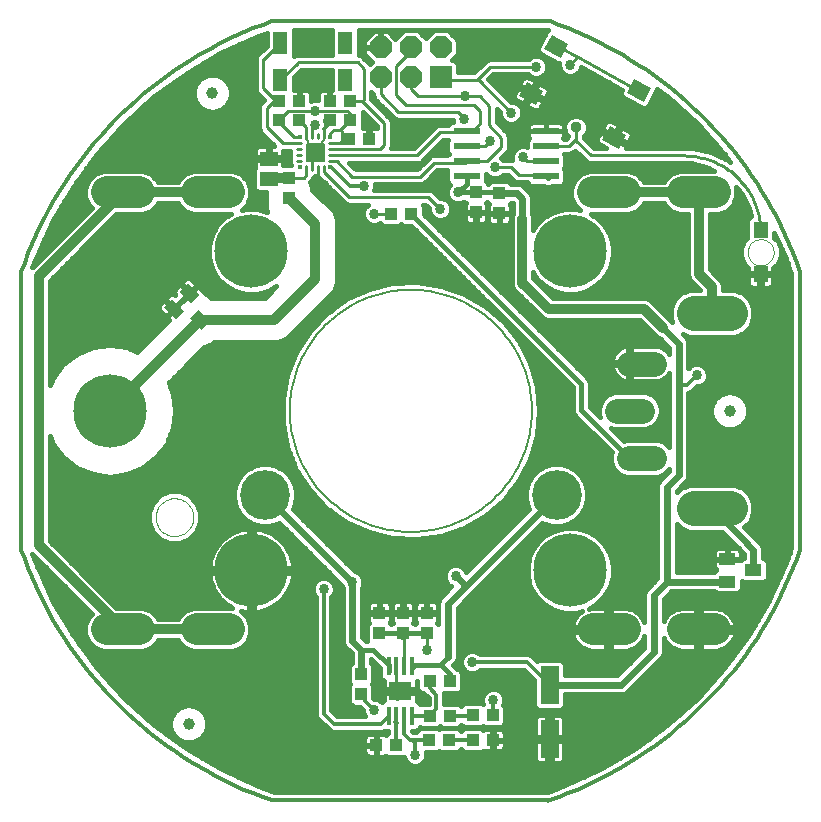
<source format=gtl>
G75*
%MOIN*%
%OFA0B0*%
%FSLAX24Y24*%
%IPPOS*%
%LPD*%
%AMOC8*
5,1,8,0,0,1.08239X$1,22.5*
%
%ADD10C,0.0000*%
%ADD11C,0.0120*%
%ADD12C,0.0105*%
%ADD13R,0.0134X0.0134*%
%ADD14C,0.0063*%
%ADD15R,0.0433X0.0394*%
%ADD16C,0.2441*%
%ADD17C,0.0827*%
%ADD18C,0.1181*%
%ADD19R,0.0870X0.0240*%
%ADD20R,0.0740X0.0740*%
%ADD21OC8,0.0740*%
%ADD22R,0.0591X0.0512*%
%ADD23R,0.0394X0.0433*%
%ADD24R,0.0394X0.0551*%
%ADD25C,0.1050*%
%ADD26R,0.0630X0.0512*%
%ADD27R,0.0630X0.1260*%
%ADD28C,0.0394*%
%ADD29R,0.0512X0.0748*%
%ADD30R,0.0551X0.0394*%
%ADD31C,0.0050*%
%ADD32C,0.1660*%
%ADD33R,0.0157X0.0630*%
%ADD34R,0.0744X0.0618*%
%ADD35R,0.0492X0.0551*%
%ADD36C,0.0337*%
%ADD37C,0.0240*%
%ADD38C,0.0297*%
%ADD39C,0.0079*%
%ADD40C,0.0100*%
%ADD41C,0.0160*%
%ADD42C,0.0240*%
%ADD43C,0.0320*%
%ADD44C,0.0376*%
D10*
X007814Y008645D02*
X007816Y008702D01*
X007822Y008759D01*
X007832Y008816D01*
X007845Y008872D01*
X007863Y008926D01*
X007884Y008980D01*
X007909Y009031D01*
X007938Y009081D01*
X007969Y009129D01*
X008004Y009174D01*
X008042Y009217D01*
X008083Y009257D01*
X008127Y009295D01*
X008173Y009329D01*
X008221Y009360D01*
X008272Y009387D01*
X008324Y009411D01*
X008377Y009432D01*
X008432Y009448D01*
X008488Y009461D01*
X008545Y009470D01*
X008602Y009475D01*
X008659Y009476D01*
X008717Y009473D01*
X008774Y009466D01*
X008830Y009455D01*
X008885Y009440D01*
X008940Y009422D01*
X008993Y009400D01*
X009044Y009374D01*
X009093Y009345D01*
X009140Y009312D01*
X009185Y009276D01*
X009228Y009238D01*
X009267Y009196D01*
X009304Y009152D01*
X009337Y009105D01*
X009367Y009056D01*
X009394Y009006D01*
X009417Y008953D01*
X009436Y008899D01*
X009452Y008844D01*
X009464Y008788D01*
X009472Y008731D01*
X009476Y008674D01*
X009476Y008616D01*
X009472Y008559D01*
X009464Y008502D01*
X009452Y008446D01*
X009436Y008391D01*
X009417Y008337D01*
X009394Y008284D01*
X009367Y008234D01*
X009337Y008185D01*
X009304Y008138D01*
X009267Y008094D01*
X009228Y008052D01*
X009185Y008014D01*
X009140Y007978D01*
X009093Y007945D01*
X009044Y007916D01*
X008993Y007890D01*
X008940Y007868D01*
X008885Y007850D01*
X008830Y007835D01*
X008774Y007824D01*
X008717Y007817D01*
X008659Y007814D01*
X008602Y007815D01*
X008545Y007820D01*
X008488Y007829D01*
X008432Y007842D01*
X008377Y007858D01*
X008324Y007879D01*
X008272Y007903D01*
X008221Y007930D01*
X008173Y007961D01*
X008127Y007995D01*
X008083Y008033D01*
X008042Y008073D01*
X008004Y008116D01*
X007969Y008161D01*
X007938Y008209D01*
X007909Y008259D01*
X007884Y008310D01*
X007863Y008364D01*
X007845Y008418D01*
X007832Y008474D01*
X007822Y008531D01*
X007816Y008588D01*
X007814Y008645D01*
X005456Y010416D02*
X005458Y010466D01*
X005464Y010516D01*
X005474Y010565D01*
X005488Y010613D01*
X005505Y010660D01*
X005526Y010705D01*
X005551Y010749D01*
X005579Y010790D01*
X005611Y010829D01*
X005645Y010866D01*
X005682Y010900D01*
X005722Y010930D01*
X005764Y010957D01*
X005808Y010981D01*
X005854Y011002D01*
X005901Y011018D01*
X005949Y011031D01*
X005999Y011040D01*
X006048Y011045D01*
X006099Y011046D01*
X006149Y011043D01*
X006198Y011036D01*
X006247Y011025D01*
X006295Y011010D01*
X006341Y010992D01*
X006386Y010970D01*
X006429Y010944D01*
X006470Y010915D01*
X006509Y010883D01*
X006545Y010848D01*
X006577Y010810D01*
X006607Y010770D01*
X006634Y010727D01*
X006657Y010683D01*
X006676Y010637D01*
X006692Y010589D01*
X006704Y010540D01*
X006712Y010491D01*
X006716Y010441D01*
X006716Y010391D01*
X006712Y010341D01*
X006704Y010292D01*
X006692Y010243D01*
X006676Y010195D01*
X006657Y010149D01*
X006634Y010105D01*
X006607Y010062D01*
X006577Y010022D01*
X006545Y009984D01*
X006509Y009949D01*
X006470Y009917D01*
X006429Y009888D01*
X006386Y009862D01*
X006341Y009840D01*
X006295Y009822D01*
X006247Y009807D01*
X006198Y009796D01*
X006149Y009789D01*
X006099Y009786D01*
X006048Y009787D01*
X005999Y009792D01*
X005949Y009801D01*
X005901Y009814D01*
X005854Y009830D01*
X005808Y009851D01*
X005764Y009875D01*
X005722Y009902D01*
X005682Y009932D01*
X005645Y009966D01*
X005611Y010003D01*
X005579Y010042D01*
X005551Y010083D01*
X005526Y010127D01*
X005505Y010172D01*
X005488Y010219D01*
X005474Y010267D01*
X005464Y010316D01*
X005458Y010366D01*
X005456Y010416D01*
X007814Y019274D02*
X007816Y019331D01*
X007822Y019388D01*
X007832Y019445D01*
X007845Y019501D01*
X007863Y019555D01*
X007884Y019609D01*
X007909Y019660D01*
X007938Y019710D01*
X007969Y019758D01*
X008004Y019803D01*
X008042Y019846D01*
X008083Y019886D01*
X008127Y019924D01*
X008173Y019958D01*
X008221Y019989D01*
X008272Y020016D01*
X008324Y020040D01*
X008377Y020061D01*
X008432Y020077D01*
X008488Y020090D01*
X008545Y020099D01*
X008602Y020104D01*
X008659Y020105D01*
X008717Y020102D01*
X008774Y020095D01*
X008830Y020084D01*
X008885Y020069D01*
X008940Y020051D01*
X008993Y020029D01*
X009044Y020003D01*
X009093Y019974D01*
X009140Y019941D01*
X009185Y019905D01*
X009228Y019867D01*
X009267Y019825D01*
X009304Y019781D01*
X009337Y019734D01*
X009367Y019685D01*
X009394Y019635D01*
X009417Y019582D01*
X009436Y019528D01*
X009452Y019473D01*
X009464Y019417D01*
X009472Y019360D01*
X009476Y019303D01*
X009476Y019245D01*
X009472Y019188D01*
X009464Y019131D01*
X009452Y019075D01*
X009436Y019020D01*
X009417Y018966D01*
X009394Y018913D01*
X009367Y018863D01*
X009337Y018814D01*
X009304Y018767D01*
X009267Y018723D01*
X009228Y018681D01*
X009185Y018643D01*
X009140Y018607D01*
X009093Y018574D01*
X009044Y018545D01*
X008993Y018519D01*
X008940Y018497D01*
X008885Y018479D01*
X008830Y018464D01*
X008774Y018453D01*
X008717Y018446D01*
X008659Y018443D01*
X008602Y018444D01*
X008545Y018449D01*
X008488Y018458D01*
X008432Y018471D01*
X008377Y018487D01*
X008324Y018508D01*
X008272Y018532D01*
X008221Y018559D01*
X008173Y018590D01*
X008127Y018624D01*
X008083Y018662D01*
X008042Y018702D01*
X008004Y018745D01*
X007969Y018790D01*
X007938Y018838D01*
X007909Y018888D01*
X007884Y018939D01*
X007863Y018993D01*
X007845Y019047D01*
X007832Y019103D01*
X007822Y019160D01*
X007816Y019217D01*
X007814Y019274D01*
X018443Y019274D02*
X018445Y019331D01*
X018451Y019388D01*
X018461Y019445D01*
X018474Y019501D01*
X018492Y019555D01*
X018513Y019609D01*
X018538Y019660D01*
X018567Y019710D01*
X018598Y019758D01*
X018633Y019803D01*
X018671Y019846D01*
X018712Y019886D01*
X018756Y019924D01*
X018802Y019958D01*
X018850Y019989D01*
X018901Y020016D01*
X018953Y020040D01*
X019006Y020061D01*
X019061Y020077D01*
X019117Y020090D01*
X019174Y020099D01*
X019231Y020104D01*
X019288Y020105D01*
X019346Y020102D01*
X019403Y020095D01*
X019459Y020084D01*
X019514Y020069D01*
X019569Y020051D01*
X019622Y020029D01*
X019673Y020003D01*
X019722Y019974D01*
X019769Y019941D01*
X019814Y019905D01*
X019857Y019867D01*
X019896Y019825D01*
X019933Y019781D01*
X019966Y019734D01*
X019996Y019685D01*
X020023Y019635D01*
X020046Y019582D01*
X020065Y019528D01*
X020081Y019473D01*
X020093Y019417D01*
X020101Y019360D01*
X020105Y019303D01*
X020105Y019245D01*
X020101Y019188D01*
X020093Y019131D01*
X020081Y019075D01*
X020065Y019020D01*
X020046Y018966D01*
X020023Y018913D01*
X019996Y018863D01*
X019966Y018814D01*
X019933Y018767D01*
X019896Y018723D01*
X019857Y018681D01*
X019814Y018643D01*
X019769Y018607D01*
X019722Y018574D01*
X019673Y018545D01*
X019622Y018519D01*
X019569Y018497D01*
X019514Y018479D01*
X019459Y018464D01*
X019403Y018453D01*
X019346Y018446D01*
X019288Y018443D01*
X019231Y018444D01*
X019174Y018449D01*
X019117Y018458D01*
X019061Y018471D01*
X019006Y018487D01*
X018953Y018508D01*
X018901Y018532D01*
X018850Y018559D01*
X018802Y018590D01*
X018756Y018624D01*
X018712Y018662D01*
X018671Y018702D01*
X018633Y018745D01*
X018598Y018790D01*
X018567Y018838D01*
X018538Y018888D01*
X018513Y018939D01*
X018492Y018993D01*
X018474Y019047D01*
X018461Y019103D01*
X018451Y019160D01*
X018445Y019217D01*
X018443Y019274D01*
X025190Y019245D02*
X025192Y019286D01*
X025198Y019327D01*
X025208Y019367D01*
X025221Y019406D01*
X025238Y019443D01*
X025259Y019479D01*
X025283Y019513D01*
X025310Y019544D01*
X025339Y019572D01*
X025372Y019598D01*
X025406Y019620D01*
X025443Y019639D01*
X025481Y019654D01*
X025521Y019666D01*
X025561Y019674D01*
X025602Y019678D01*
X025644Y019678D01*
X025685Y019674D01*
X025725Y019666D01*
X025765Y019654D01*
X025803Y019639D01*
X025839Y019620D01*
X025874Y019598D01*
X025907Y019572D01*
X025936Y019544D01*
X025963Y019513D01*
X025987Y019479D01*
X026008Y019443D01*
X026025Y019406D01*
X026038Y019367D01*
X026048Y019327D01*
X026054Y019286D01*
X026056Y019245D01*
X026054Y019204D01*
X026048Y019163D01*
X026038Y019123D01*
X026025Y019084D01*
X026008Y019047D01*
X025987Y019011D01*
X025963Y018977D01*
X025936Y018946D01*
X025907Y018918D01*
X025874Y018892D01*
X025840Y018870D01*
X025803Y018851D01*
X025765Y018836D01*
X025725Y018824D01*
X025685Y018816D01*
X025644Y018812D01*
X025602Y018812D01*
X025561Y018816D01*
X025521Y018824D01*
X025481Y018836D01*
X025443Y018851D01*
X025407Y018870D01*
X025372Y018892D01*
X025339Y018918D01*
X025310Y018946D01*
X025283Y018977D01*
X025259Y019011D01*
X025238Y019047D01*
X025221Y019084D01*
X025208Y019123D01*
X025198Y019163D01*
X025192Y019204D01*
X025190Y019245D01*
X018443Y008645D02*
X018445Y008702D01*
X018451Y008759D01*
X018461Y008816D01*
X018474Y008872D01*
X018492Y008926D01*
X018513Y008980D01*
X018538Y009031D01*
X018567Y009081D01*
X018598Y009129D01*
X018633Y009174D01*
X018671Y009217D01*
X018712Y009257D01*
X018756Y009295D01*
X018802Y009329D01*
X018850Y009360D01*
X018901Y009387D01*
X018953Y009411D01*
X019006Y009432D01*
X019061Y009448D01*
X019117Y009461D01*
X019174Y009470D01*
X019231Y009475D01*
X019288Y009476D01*
X019346Y009473D01*
X019403Y009466D01*
X019459Y009455D01*
X019514Y009440D01*
X019569Y009422D01*
X019622Y009400D01*
X019673Y009374D01*
X019722Y009345D01*
X019769Y009312D01*
X019814Y009276D01*
X019857Y009238D01*
X019896Y009196D01*
X019933Y009152D01*
X019966Y009105D01*
X019996Y009056D01*
X020023Y009006D01*
X020046Y008953D01*
X020065Y008899D01*
X020081Y008844D01*
X020093Y008788D01*
X020101Y008731D01*
X020105Y008674D01*
X020105Y008616D01*
X020101Y008559D01*
X020093Y008502D01*
X020081Y008446D01*
X020065Y008391D01*
X020046Y008337D01*
X020023Y008284D01*
X019996Y008234D01*
X019966Y008185D01*
X019933Y008138D01*
X019896Y008094D01*
X019857Y008052D01*
X019814Y008014D01*
X019769Y007978D01*
X019722Y007945D01*
X019673Y007916D01*
X019622Y007890D01*
X019569Y007868D01*
X019514Y007850D01*
X019459Y007835D01*
X019403Y007824D01*
X019346Y007817D01*
X019288Y007814D01*
X019231Y007815D01*
X019174Y007820D01*
X019117Y007829D01*
X019061Y007842D01*
X019006Y007858D01*
X018953Y007879D01*
X018901Y007903D01*
X018850Y007930D01*
X018802Y007961D01*
X018756Y007995D01*
X018712Y008033D01*
X018671Y008073D01*
X018633Y008116D01*
X018598Y008161D01*
X018567Y008209D01*
X018538Y008259D01*
X018513Y008310D01*
X018492Y008364D01*
X018474Y008418D01*
X018461Y008474D01*
X018451Y008531D01*
X018445Y008588D01*
X018443Y008645D01*
D11*
X014488Y006553D02*
X014486Y006404D01*
X013989Y005450D02*
X014023Y005416D01*
X014586Y004947D02*
X014586Y004707D01*
X014814Y004479D01*
X014814Y004028D01*
X014585Y003799D01*
X014582Y003797D01*
X013989Y003797D01*
X013733Y003797D02*
X013723Y003599D01*
X013739Y003584D01*
X013739Y003184D01*
X013941Y002982D01*
X014009Y002982D01*
X014107Y002883D01*
X014107Y002493D01*
X014009Y002982D02*
X014566Y002982D01*
X015235Y002982D02*
X016031Y002982D01*
X016007Y003799D02*
X015254Y003799D01*
X016007Y003799D02*
X016022Y003814D01*
X016691Y003814D02*
X016691Y004289D01*
X016715Y004314D01*
X015256Y004947D02*
X015200Y005003D01*
X015999Y005582D02*
X017823Y005582D01*
X017841Y005574D02*
X018586Y004830D01*
X017841Y005575D02*
X017836Y005579D01*
X017829Y005581D01*
X017823Y005582D01*
X016022Y005559D02*
X015999Y005582D01*
X013605Y004623D02*
X013477Y004564D01*
X013221Y003797D02*
X013221Y003773D01*
X012975Y003526D01*
X011400Y003526D01*
X011056Y003871D01*
X011056Y008015D01*
X013448Y003580D02*
X013487Y003540D01*
X013477Y003530D01*
X013477Y002813D01*
X009334Y000980D02*
X018586Y000980D01*
X018544Y000967D01*
X026939Y009334D02*
X026939Y018586D01*
X023487Y015141D02*
X023172Y014826D01*
X022892Y014826D01*
X026939Y018585D02*
X026827Y018896D01*
X026708Y019205D01*
X026582Y019510D01*
X026448Y019812D01*
X026306Y020111D01*
X026158Y020406D01*
X026002Y020697D01*
X025839Y020985D01*
X025669Y021268D01*
X025492Y021548D01*
X025308Y021822D01*
X025118Y022093D01*
X024921Y022358D01*
X024718Y022619D01*
X024508Y022874D01*
X024292Y023124D01*
X024070Y023369D01*
X023842Y023609D01*
X023609Y023842D01*
X023369Y024070D01*
X023124Y024292D01*
X022874Y024508D01*
X022619Y024718D01*
X022358Y024921D01*
X022093Y025118D01*
X021822Y025308D01*
X021548Y025492D01*
X021268Y025669D01*
X020985Y025839D01*
X020697Y026002D01*
X020406Y026158D01*
X020111Y026306D01*
X019812Y026448D01*
X019510Y026582D01*
X019205Y026708D01*
X018896Y026827D01*
X018585Y026939D01*
X018586Y026939D02*
X009334Y026939D01*
X011267Y023645D02*
X011267Y023550D01*
X011066Y023349D01*
X011269Y022084D02*
X011288Y022084D01*
X011305Y022076D02*
X011942Y021440D01*
X012385Y021440D01*
X011306Y022077D02*
X011301Y022081D01*
X011294Y022083D01*
X011288Y022084D01*
X000980Y018586D02*
X000980Y009334D01*
X001092Y009023D01*
X001211Y008714D01*
X001337Y008409D01*
X001471Y008107D01*
X001613Y007808D01*
X001761Y007513D01*
X001917Y007222D01*
X002080Y006934D01*
X002250Y006651D01*
X002427Y006371D01*
X002611Y006097D01*
X002801Y005826D01*
X002998Y005561D01*
X003201Y005300D01*
X003411Y005045D01*
X003627Y004795D01*
X003849Y004550D01*
X004077Y004310D01*
X004310Y004077D01*
X004550Y003849D01*
X004795Y003627D01*
X005045Y003411D01*
X005300Y003201D01*
X005561Y002998D01*
X005826Y002801D01*
X006097Y002611D01*
X006371Y002427D01*
X006651Y002250D01*
X006934Y002080D01*
X007222Y001917D01*
X007513Y001761D01*
X007808Y001613D01*
X008107Y001471D01*
X008409Y001337D01*
X008714Y001211D01*
X009023Y001092D01*
X009334Y000980D01*
X018585Y000980D02*
X018896Y001092D01*
X019205Y001211D01*
X019510Y001337D01*
X019812Y001471D01*
X020111Y001613D01*
X020406Y001761D01*
X020697Y001917D01*
X020985Y002080D01*
X021268Y002250D01*
X021548Y002427D01*
X021822Y002611D01*
X022093Y002801D01*
X022358Y002998D01*
X022619Y003201D01*
X022874Y003411D01*
X023124Y003627D01*
X023369Y003849D01*
X023609Y004077D01*
X023842Y004310D01*
X024070Y004550D01*
X024292Y004795D01*
X024508Y005045D01*
X024718Y005300D01*
X024921Y005561D01*
X025118Y005826D01*
X025308Y006097D01*
X025492Y006371D01*
X025669Y006651D01*
X025839Y006934D01*
X026002Y007222D01*
X026158Y007513D01*
X026306Y007808D01*
X026448Y008107D01*
X026582Y008409D01*
X026708Y008714D01*
X026827Y009023D01*
X026939Y009334D01*
X009334Y026939D02*
X009023Y026827D01*
X008714Y026708D01*
X008409Y026582D01*
X008107Y026448D01*
X007808Y026306D01*
X007513Y026158D01*
X007222Y026002D01*
X006934Y025839D01*
X006651Y025669D01*
X006371Y025492D01*
X006097Y025308D01*
X005826Y025118D01*
X005561Y024921D01*
X005300Y024718D01*
X005045Y024508D01*
X004795Y024292D01*
X004550Y024070D01*
X004310Y023842D01*
X004077Y023609D01*
X003849Y023369D01*
X003627Y023124D01*
X003411Y022874D01*
X003201Y022619D01*
X002998Y022358D01*
X002801Y022093D01*
X002611Y021822D01*
X002427Y021548D01*
X002250Y021268D01*
X002080Y020985D01*
X001917Y020697D01*
X001761Y020406D01*
X001613Y020111D01*
X001471Y019812D01*
X001337Y019510D01*
X001211Y019205D01*
X001092Y018896D01*
X000980Y018585D01*
D12*
X010313Y022283D02*
X010313Y022289D01*
X010313Y022283D02*
X010177Y022283D01*
X010177Y022289D01*
X010313Y022289D01*
X010313Y022480D02*
X010313Y022486D01*
X010313Y022480D02*
X010177Y022480D01*
X010177Y022486D01*
X010313Y022486D01*
X010313Y022677D02*
X010313Y022683D01*
X010313Y022677D02*
X010177Y022677D01*
X010177Y022683D01*
X010313Y022683D01*
X010313Y022874D02*
X010313Y022880D01*
X010313Y022874D02*
X010177Y022874D01*
X010177Y022880D01*
X010313Y022880D01*
X010472Y023175D02*
X010478Y023175D01*
X010478Y023039D01*
X010472Y023039D01*
X010472Y023175D01*
X010478Y023143D02*
X010472Y023143D01*
X010669Y023175D02*
X010675Y023175D01*
X010675Y023039D01*
X010669Y023039D01*
X010669Y023175D01*
X010675Y023143D02*
X010669Y023143D01*
X010866Y023175D02*
X010872Y023175D01*
X010872Y023039D01*
X010866Y023039D01*
X010866Y023175D01*
X010872Y023143D02*
X010866Y023143D01*
X011063Y023175D02*
X011069Y023175D01*
X011069Y023039D01*
X011063Y023039D01*
X011063Y023175D01*
X011069Y023143D02*
X011063Y023143D01*
X011228Y022880D02*
X011228Y022874D01*
X011228Y022880D02*
X011364Y022880D01*
X011364Y022874D01*
X011228Y022874D01*
X011228Y022683D02*
X011228Y022677D01*
X011228Y022683D02*
X011364Y022683D01*
X011364Y022677D01*
X011228Y022677D01*
X011228Y022486D02*
X011228Y022480D01*
X011228Y022486D02*
X011364Y022486D01*
X011364Y022480D01*
X011228Y022480D01*
X011228Y022289D02*
X011228Y022283D01*
X011228Y022289D02*
X011364Y022289D01*
X011364Y022283D01*
X011228Y022283D01*
X011069Y021988D02*
X011063Y021988D01*
X011063Y022124D01*
X011069Y022124D01*
X011069Y021988D01*
X011069Y022092D02*
X011063Y022092D01*
X010872Y021988D02*
X010866Y021988D01*
X010866Y022124D01*
X010872Y022124D01*
X010872Y021988D01*
X010872Y022092D02*
X010866Y022092D01*
X010675Y021988D02*
X010669Y021988D01*
X010669Y022124D01*
X010675Y022124D01*
X010675Y021988D01*
X010675Y022092D02*
X010669Y022092D01*
X010478Y021988D02*
X010472Y021988D01*
X010472Y022124D01*
X010478Y022124D01*
X010478Y021988D01*
X010478Y022092D02*
X010472Y022092D01*
D13*
X010273Y022080D03*
X011269Y022084D03*
X011269Y023080D03*
X010273Y023080D03*
D14*
X011055Y022866D02*
X011055Y022298D01*
X010487Y022298D01*
X010487Y022866D01*
X011055Y022866D01*
X011055Y022360D02*
X010487Y022360D01*
X010487Y022422D02*
X011055Y022422D01*
X011055Y022484D02*
X010487Y022484D01*
X010487Y022546D02*
X011055Y022546D01*
X011055Y022608D02*
X010487Y022608D01*
X010487Y022670D02*
X011055Y022670D01*
X011055Y022732D02*
X010487Y022732D01*
X010487Y022794D02*
X011055Y022794D01*
X011055Y022856D02*
X010487Y022856D01*
D15*
X010239Y023645D03*
X009570Y023645D03*
X009570Y024274D03*
X010239Y024274D03*
X011263Y024274D03*
X011267Y023645D03*
X011936Y023645D03*
X011899Y023026D03*
X012568Y023026D03*
X011932Y024274D03*
X013310Y020534D03*
X013979Y020534D03*
X014586Y004947D03*
X015256Y004947D03*
X015254Y003799D03*
X014585Y003799D03*
X014566Y002982D03*
X015235Y002982D03*
X016031Y002982D03*
X016700Y002982D03*
X016691Y003814D03*
X016022Y003814D03*
X013477Y002813D03*
X012808Y002813D03*
D16*
X008645Y008645D03*
X003920Y013960D03*
X008645Y019274D03*
X019274Y019274D03*
X019274Y008645D03*
D17*
X021243Y012385D02*
X022070Y012385D01*
X021676Y013960D02*
X020849Y013960D01*
X021243Y015534D02*
X022070Y015534D01*
D18*
X023408Y017208D02*
X024589Y017208D01*
X024589Y010711D02*
X023408Y010711D01*
D19*
X018469Y021782D03*
X018469Y022282D03*
X018469Y022782D03*
X018469Y023282D03*
X015819Y023282D03*
X015819Y022782D03*
X015819Y022282D03*
X015819Y021782D03*
D20*
X014960Y025074D03*
D21*
X013960Y025074D03*
X012960Y025074D03*
X012960Y026074D03*
X013960Y026074D03*
X014960Y026074D03*
D22*
X009235Y022365D03*
X009235Y021696D03*
D23*
X009904Y021735D03*
X009904Y021066D03*
X016135Y021243D03*
X016912Y021213D03*
X016912Y020544D03*
X016135Y020574D03*
X014488Y007222D03*
X014488Y006553D03*
X013700Y006553D03*
X013700Y007222D03*
X012913Y007222D03*
X012913Y006553D03*
X012308Y005186D03*
X012308Y004517D03*
D24*
G36*
X006610Y017055D02*
X006888Y017333D01*
X007276Y016945D01*
X006998Y016667D01*
X006610Y017055D01*
G37*
G36*
X005733Y017403D02*
X006011Y017681D01*
X006399Y017293D01*
X006121Y017015D01*
X005733Y017403D01*
G37*
G36*
X006262Y017932D02*
X006540Y018210D01*
X006928Y017822D01*
X006650Y017544D01*
X006262Y017932D01*
G37*
D25*
X006835Y021243D02*
X007885Y021243D01*
X004885Y021243D02*
X003835Y021243D01*
X020035Y021243D02*
X021085Y021243D01*
X023035Y021243D02*
X024085Y021243D01*
X024085Y006676D02*
X023035Y006676D01*
X021085Y006676D02*
X020035Y006676D01*
X007885Y006676D02*
X006835Y006676D01*
X004885Y006676D02*
X003835Y006676D01*
D26*
G36*
X020585Y023441D02*
X021140Y023146D01*
X020899Y022695D01*
X020344Y022990D01*
X020585Y023441D01*
G37*
G36*
X021417Y025005D02*
X021972Y024710D01*
X021731Y024259D01*
X021176Y024554D01*
X021417Y025005D01*
G37*
G36*
X018654Y026474D02*
X019209Y026179D01*
X018968Y025728D01*
X018413Y026023D01*
X018654Y026474D01*
G37*
G36*
X017822Y024910D02*
X018377Y024615D01*
X018136Y024164D01*
X017581Y024459D01*
X017822Y024910D01*
G37*
D27*
X018586Y004830D03*
X018586Y003019D03*
D28*
X006558Y003526D03*
X024589Y013960D03*
X007345Y024550D03*
D29*
X009609Y024975D03*
X009609Y026235D03*
X011774Y026235D03*
X011774Y024975D03*
D30*
X024511Y009019D03*
X025377Y008645D03*
X024511Y008271D03*
D31*
X009925Y013960D02*
X009927Y014087D01*
X009933Y014213D01*
X009943Y014340D01*
X009957Y014466D01*
X009975Y014591D01*
X009996Y014716D01*
X010022Y014840D01*
X010052Y014963D01*
X010085Y015086D01*
X010122Y015207D01*
X010164Y015327D01*
X010208Y015445D01*
X010257Y015562D01*
X010309Y015678D01*
X010365Y015792D01*
X010424Y015904D01*
X010487Y016014D01*
X010553Y016122D01*
X010623Y016228D01*
X010696Y016332D01*
X010772Y016433D01*
X010851Y016532D01*
X010933Y016628D01*
X011019Y016722D01*
X011107Y016813D01*
X011198Y016901D01*
X011292Y016987D01*
X011388Y017069D01*
X011487Y017148D01*
X011588Y017224D01*
X011692Y017297D01*
X011798Y017367D01*
X011906Y017433D01*
X012016Y017496D01*
X012128Y017555D01*
X012242Y017611D01*
X012358Y017663D01*
X012475Y017712D01*
X012593Y017756D01*
X012713Y017798D01*
X012834Y017835D01*
X012957Y017868D01*
X013080Y017898D01*
X013204Y017924D01*
X013329Y017945D01*
X013454Y017963D01*
X013580Y017977D01*
X013707Y017987D01*
X013833Y017993D01*
X013960Y017995D01*
X014087Y017993D01*
X014213Y017987D01*
X014340Y017977D01*
X014466Y017963D01*
X014591Y017945D01*
X014716Y017924D01*
X014840Y017898D01*
X014963Y017868D01*
X015086Y017835D01*
X015207Y017798D01*
X015327Y017756D01*
X015445Y017712D01*
X015562Y017663D01*
X015678Y017611D01*
X015792Y017555D01*
X015904Y017496D01*
X016014Y017433D01*
X016122Y017367D01*
X016228Y017297D01*
X016332Y017224D01*
X016433Y017148D01*
X016532Y017069D01*
X016628Y016987D01*
X016722Y016901D01*
X016813Y016813D01*
X016901Y016722D01*
X016987Y016628D01*
X017069Y016532D01*
X017148Y016433D01*
X017224Y016332D01*
X017297Y016228D01*
X017367Y016122D01*
X017433Y016014D01*
X017496Y015904D01*
X017555Y015792D01*
X017611Y015678D01*
X017663Y015562D01*
X017712Y015445D01*
X017756Y015327D01*
X017798Y015207D01*
X017835Y015086D01*
X017868Y014963D01*
X017898Y014840D01*
X017924Y014716D01*
X017945Y014591D01*
X017963Y014466D01*
X017977Y014340D01*
X017987Y014213D01*
X017993Y014087D01*
X017995Y013960D01*
X017993Y013833D01*
X017987Y013707D01*
X017977Y013580D01*
X017963Y013454D01*
X017945Y013329D01*
X017924Y013204D01*
X017898Y013080D01*
X017868Y012957D01*
X017835Y012834D01*
X017798Y012713D01*
X017756Y012593D01*
X017712Y012475D01*
X017663Y012358D01*
X017611Y012242D01*
X017555Y012128D01*
X017496Y012016D01*
X017433Y011906D01*
X017367Y011798D01*
X017297Y011692D01*
X017224Y011588D01*
X017148Y011487D01*
X017069Y011388D01*
X016987Y011292D01*
X016901Y011198D01*
X016813Y011107D01*
X016722Y011019D01*
X016628Y010933D01*
X016532Y010851D01*
X016433Y010772D01*
X016332Y010696D01*
X016228Y010623D01*
X016122Y010553D01*
X016014Y010487D01*
X015904Y010424D01*
X015792Y010365D01*
X015678Y010309D01*
X015562Y010257D01*
X015445Y010208D01*
X015327Y010164D01*
X015207Y010122D01*
X015086Y010085D01*
X014963Y010052D01*
X014840Y010022D01*
X014716Y009996D01*
X014591Y009975D01*
X014466Y009957D01*
X014340Y009943D01*
X014213Y009933D01*
X014087Y009927D01*
X013960Y009925D01*
X013833Y009927D01*
X013707Y009933D01*
X013580Y009943D01*
X013454Y009957D01*
X013329Y009975D01*
X013204Y009996D01*
X013080Y010022D01*
X012957Y010052D01*
X012834Y010085D01*
X012713Y010122D01*
X012593Y010164D01*
X012475Y010208D01*
X012358Y010257D01*
X012242Y010309D01*
X012128Y010365D01*
X012016Y010424D01*
X011906Y010487D01*
X011798Y010553D01*
X011692Y010623D01*
X011588Y010696D01*
X011487Y010772D01*
X011388Y010851D01*
X011292Y010933D01*
X011198Y011019D01*
X011107Y011107D01*
X011019Y011198D01*
X010933Y011292D01*
X010851Y011388D01*
X010772Y011487D01*
X010696Y011588D01*
X010623Y011692D01*
X010553Y011798D01*
X010487Y011906D01*
X010424Y012016D01*
X010365Y012128D01*
X010309Y012242D01*
X010257Y012358D01*
X010208Y012475D01*
X010164Y012593D01*
X010122Y012713D01*
X010085Y012834D01*
X010052Y012957D01*
X010022Y013080D01*
X009996Y013204D01*
X009975Y013329D01*
X009957Y013454D01*
X009943Y013580D01*
X009933Y013707D01*
X009927Y013833D01*
X009925Y013960D01*
D32*
X009101Y011154D03*
X018818Y011154D03*
D33*
X013989Y005450D03*
X013733Y005450D03*
X013477Y005450D03*
X013221Y005450D03*
X013221Y003797D03*
X013477Y003797D03*
X013733Y003797D03*
X013989Y003797D03*
D34*
X013605Y004623D03*
D35*
X025623Y018517D03*
X025623Y019973D03*
D36*
X026346Y017608D03*
X026398Y015528D03*
X023487Y015141D03*
X019836Y016125D03*
X022208Y018113D03*
X016952Y018290D03*
X016322Y019334D03*
X015042Y018556D03*
X014137Y019629D03*
X013428Y018950D03*
X012286Y018556D03*
X011794Y020249D03*
X012739Y020534D03*
X012385Y021440D03*
X012532Y022119D03*
X013802Y022119D03*
X013787Y022916D03*
X012503Y023566D03*
X010771Y023487D03*
X010763Y023956D03*
X010723Y025113D03*
X010723Y026392D03*
X008194Y025780D03*
X005857Y024406D03*
X008088Y023717D03*
X008924Y023015D03*
X014944Y020692D03*
X015534Y021243D03*
X016765Y022080D03*
X017700Y022424D03*
X016617Y022965D03*
X016957Y023586D03*
X017306Y023900D03*
X015731Y023704D03*
X015761Y024452D03*
X018143Y025426D03*
X019274Y025495D03*
X022380Y024028D03*
X019388Y022257D03*
X008822Y015889D03*
X007611Y015790D03*
X006578Y014816D03*
X006430Y013192D03*
X005593Y011912D03*
X002293Y011556D03*
X002539Y009484D03*
X009019Y012936D03*
X008940Y014668D03*
X005042Y016774D03*
X005295Y018131D03*
X002365Y018226D03*
X002365Y016351D03*
X002490Y020351D03*
X011774Y009589D03*
X012011Y008245D03*
X011056Y008015D03*
X010111Y006897D03*
X010155Y004983D03*
X011676Y004215D03*
X012747Y003983D03*
X014431Y004325D03*
X015574Y004397D03*
X016715Y004314D03*
X015999Y005582D03*
X014486Y006003D03*
X015456Y008448D03*
X015711Y009589D03*
X017444Y010613D03*
X019748Y012492D03*
X018728Y013761D03*
X021837Y009967D03*
X023546Y009393D03*
X025436Y007424D03*
X026368Y010110D03*
X026398Y012329D03*
X018034Y006906D03*
X013782Y008920D03*
X007444Y003029D03*
X009402Y001814D03*
X012818Y001715D03*
X014107Y002493D03*
X018428Y001725D03*
X020639Y002746D03*
X022129Y003694D03*
D37*
X010913Y022444D03*
X010908Y022719D03*
X010633Y022719D03*
X010633Y022444D03*
D38*
X011105Y021479D03*
D39*
X010869Y022400D02*
X010913Y022444D01*
X010908Y022719D02*
X011007Y022818D01*
X011007Y022936D01*
X011066Y022995D01*
X011066Y023107D01*
X010540Y022950D02*
X010540Y022812D01*
X010633Y022719D01*
X010550Y022802D01*
X010540Y022950D02*
X010475Y023015D01*
X010475Y023107D01*
D40*
X010475Y023408D01*
X010239Y023645D01*
X009881Y023956D02*
X010763Y023956D01*
X011837Y023956D01*
X011952Y023841D01*
X011952Y023660D01*
X011936Y023645D01*
X011912Y023668D01*
X011936Y023645D02*
X011617Y023326D01*
X011660Y023282D01*
X011660Y022967D01*
X011570Y022877D01*
X011296Y022877D01*
X011625Y022877D01*
X011774Y023026D01*
X011899Y023026D01*
X011617Y023326D02*
X011389Y023326D01*
X011269Y023206D01*
X011269Y023080D01*
X011296Y022877D02*
X011341Y022877D01*
X011296Y022680D02*
X012936Y022680D01*
X013074Y022818D01*
X013074Y023546D01*
X012345Y024274D01*
X012385Y024314D01*
X012385Y025367D01*
X012378Y025384D02*
X012188Y025574D01*
X010218Y025574D01*
X010200Y025566D02*
X009609Y024975D01*
X009038Y024708D02*
X009038Y025654D01*
X009045Y025671D02*
X009609Y026235D01*
X009045Y025672D02*
X009040Y025664D01*
X009038Y025654D01*
X009038Y024708D02*
X009432Y024314D01*
X009570Y024274D01*
X009393Y024274D01*
X009156Y024038D01*
X009156Y023408D01*
X009688Y022877D01*
X010245Y022877D01*
X010273Y023080D02*
X010259Y023093D01*
X010062Y023093D01*
X009570Y023586D01*
X009570Y023645D01*
X009881Y023956D01*
X009570Y024274D02*
X009511Y024314D01*
X009550Y024274D02*
X009570Y024274D01*
X010672Y023389D02*
X010771Y023487D01*
X010672Y023389D02*
X010672Y023107D01*
X010633Y022719D02*
X010633Y022717D01*
X010640Y022710D01*
X010771Y022582D02*
X010908Y022719D01*
X010633Y022444D02*
X010672Y022404D01*
X010672Y022056D01*
X010475Y022056D02*
X010475Y021814D01*
X010397Y021735D01*
X009904Y021735D01*
X010869Y021755D02*
X011105Y021479D01*
X010869Y021755D02*
X010869Y022056D01*
X011066Y022056D02*
X011066Y021932D01*
X011912Y021086D01*
X014550Y021086D01*
X014944Y020692D01*
X014279Y021760D02*
X014747Y022227D01*
X015764Y022227D01*
X015819Y022282D01*
X016495Y022282D01*
X016981Y022769D01*
X016981Y023064D01*
X016568Y023477D01*
X016568Y024136D01*
X016252Y024452D01*
X015761Y024452D01*
X014196Y024452D01*
X013967Y024681D01*
X013960Y024698D02*
X013960Y025074D01*
X013959Y024698D02*
X013961Y024688D01*
X013966Y024680D01*
X013467Y024491D02*
X013792Y024166D01*
X016076Y024166D01*
X016282Y023960D01*
X016282Y023546D01*
X016019Y023282D01*
X015819Y023282D01*
X015787Y023251D01*
X014944Y023251D01*
X014176Y022483D01*
X011296Y022483D01*
X011296Y022286D02*
X011489Y022286D01*
X012016Y021760D01*
X014279Y021760D01*
X013310Y020534D02*
X012739Y020534D01*
X015813Y022276D02*
X015819Y022282D01*
X015819Y022782D02*
X016434Y022782D01*
X016617Y022965D01*
X015989Y023282D02*
X015819Y023282D01*
X015804Y023268D01*
X015805Y023267D02*
X015800Y023263D01*
X015793Y023261D01*
X015787Y023260D01*
X015989Y023282D02*
X015995Y023283D01*
X016002Y023285D01*
X016007Y023289D01*
X015731Y023704D02*
X015731Y023723D01*
X015534Y023920D01*
X013546Y023920D01*
X012960Y024507D01*
X012960Y025074D01*
X013467Y025453D02*
X013467Y024491D01*
X012345Y024274D02*
X011932Y024274D01*
X011873Y024314D01*
X011263Y024274D02*
X011263Y024573D01*
X010723Y025113D01*
X010218Y025574D02*
X010212Y025573D01*
X010205Y025571D01*
X010200Y025567D01*
X012378Y025385D02*
X012383Y025377D01*
X012385Y025367D01*
X013467Y025453D02*
X013960Y025945D01*
X013960Y026074D01*
X014960Y025074D02*
X015038Y024995D01*
X016174Y024995D01*
X016598Y025419D01*
X016615Y025426D02*
X018143Y025426D01*
X018811Y026101D02*
X018914Y026101D01*
X019525Y025764D01*
X019274Y025514D01*
X019274Y025495D01*
X019525Y025764D02*
X021574Y024632D01*
X019471Y023408D02*
X019471Y023015D01*
X019471Y022976D01*
X019479Y022958D02*
X019963Y022473D01*
X023054Y022473D01*
X023153Y022471D01*
X023252Y022465D01*
X023351Y022456D01*
X023449Y022442D01*
X023547Y022425D01*
X023644Y022404D01*
X023740Y022380D01*
X023835Y022352D01*
X023929Y022320D01*
X024021Y022284D01*
X024112Y022245D01*
X024202Y022202D01*
X024290Y022156D01*
X024376Y022107D01*
X024460Y022054D01*
X024542Y021999D01*
X024622Y021940D01*
X024699Y021878D01*
X024774Y021813D01*
X024846Y021745D01*
X024916Y021674D01*
X024983Y021601D01*
X025047Y021526D01*
X025108Y021447D01*
X025166Y021367D01*
X025221Y021285D01*
X025273Y021200D01*
X025321Y021113D01*
X025366Y021025D01*
X025408Y020935D01*
X025446Y020843D01*
X025480Y020750D01*
X025511Y020656D01*
X025538Y020561D01*
X025562Y020464D01*
X025582Y020367D01*
X025598Y020269D01*
X025610Y020171D01*
X025618Y020072D01*
X025623Y019973D01*
X019478Y022958D02*
X019473Y022966D01*
X019471Y022976D01*
X019471Y023015D02*
X019246Y022790D01*
X019229Y022782D02*
X018469Y022782D01*
X018469Y022282D02*
X017841Y022282D01*
X017700Y022424D01*
X017306Y022080D02*
X017552Y021834D01*
X018417Y021834D01*
X018469Y021782D01*
X018502Y022247D02*
X018469Y022282D01*
X019229Y022782D02*
X019235Y022783D01*
X019242Y022785D01*
X019247Y022789D01*
X017306Y022080D02*
X016765Y022080D01*
X017306Y023900D02*
X016219Y024988D01*
X016201Y024995D02*
X016174Y024995D01*
X016201Y024995D02*
X016207Y024994D01*
X016214Y024992D01*
X016219Y024988D01*
X016597Y025419D02*
X016602Y025423D01*
X016609Y025425D01*
X016615Y025426D01*
X011267Y023645D02*
X011204Y023645D01*
X011066Y023349D02*
X011066Y023107D01*
X010273Y023080D02*
X010115Y023080D01*
X013700Y006553D02*
X013733Y006372D01*
X013733Y005450D01*
X013477Y005450D02*
X013477Y004751D01*
X013605Y004623D01*
X012747Y003983D02*
X012361Y004369D01*
X012308Y004517D01*
X013221Y003797D02*
X013221Y003674D01*
X013448Y003580D02*
X013477Y003797D01*
X014585Y003799D02*
X014704Y003698D01*
X013993Y005450D02*
X013989Y005450D01*
X014486Y006003D02*
X014486Y006404D01*
X013221Y005493D02*
X013221Y005450D01*
D41*
X006014Y003826D02*
X005030Y003826D01*
X004855Y003984D02*
X006125Y003984D01*
X006126Y003985D02*
X006115Y003970D01*
X006099Y003959D01*
X006097Y003944D01*
X006083Y003925D01*
X006067Y003908D01*
X006052Y003903D01*
X006045Y003886D01*
X006031Y003873D01*
X006031Y003858D01*
X006021Y003836D01*
X006008Y003817D01*
X005995Y003809D01*
X005990Y003791D01*
X005979Y003776D01*
X005982Y003761D01*
X005976Y003738D01*
X005966Y003717D01*
X005954Y003707D01*
X005953Y003689D01*
X005945Y003672D01*
X005950Y003658D01*
X005948Y003634D01*
X005942Y003611D01*
X005932Y003600D01*
X005934Y003581D01*
X005929Y003563D01*
X005936Y003550D01*
X005938Y003526D01*
X005936Y003503D01*
X005929Y003490D01*
X005934Y003472D01*
X005932Y003453D01*
X005942Y003442D01*
X005948Y003419D01*
X005950Y003395D01*
X005945Y003381D01*
X005953Y003364D01*
X005954Y003346D01*
X005966Y003336D01*
X005976Y003315D01*
X005982Y003292D01*
X005979Y003277D01*
X005990Y003262D01*
X005995Y003244D01*
X006008Y003236D01*
X006021Y003217D01*
X006031Y003195D01*
X006031Y003180D01*
X006045Y003167D01*
X006052Y003150D01*
X006067Y003145D01*
X006083Y003128D01*
X006097Y003109D01*
X006099Y003094D01*
X006115Y003083D01*
X006126Y003068D01*
X006140Y003065D01*
X006160Y003052D01*
X006176Y003035D01*
X006182Y003021D01*
X006198Y003013D01*
X006212Y003000D01*
X006227Y003000D01*
X006248Y002990D01*
X006267Y002976D01*
X006275Y002963D01*
X006293Y002958D01*
X006308Y002948D01*
X006323Y002950D01*
X006346Y002944D01*
X006367Y002934D01*
X006377Y002923D01*
X006396Y002921D01*
X006413Y002913D01*
X006427Y002918D01*
X006450Y002916D01*
X006473Y002910D01*
X006485Y002900D01*
X006503Y002902D01*
X006521Y002897D01*
X006534Y002905D01*
X006558Y002907D01*
X006581Y002905D01*
X006595Y002897D01*
X006613Y002902D01*
X006631Y002900D01*
X006643Y002910D01*
X006666Y002916D01*
X006689Y002918D01*
X006703Y002913D01*
X006720Y002921D01*
X006739Y002923D01*
X006748Y002934D01*
X006770Y002944D01*
X006793Y002950D01*
X006808Y002948D01*
X006823Y002958D01*
X006841Y002963D01*
X006848Y002976D01*
X006868Y002990D01*
X006889Y003000D01*
X006904Y003000D01*
X006917Y003013D01*
X006934Y003021D01*
X006940Y003035D01*
X006956Y003052D01*
X006976Y003065D01*
X006990Y003068D01*
X007001Y003083D01*
X007016Y003094D01*
X007019Y003109D01*
X007033Y003128D01*
X007049Y003145D01*
X007063Y003150D01*
X007071Y003167D01*
X007085Y003180D01*
X007085Y003195D01*
X007095Y003217D01*
X007108Y003236D01*
X007121Y003244D01*
X007126Y003262D01*
X007137Y003277D01*
X007134Y003292D01*
X007140Y003315D01*
X007150Y003336D01*
X007162Y003346D01*
X007163Y003364D01*
X007171Y003381D01*
X007166Y003395D01*
X007168Y003419D01*
X007174Y003442D01*
X007184Y003453D01*
X007182Y003472D01*
X007187Y003490D01*
X007180Y003503D01*
X007178Y003526D01*
X007180Y003550D01*
X007187Y003563D01*
X007182Y003581D01*
X007184Y003600D01*
X007174Y003611D01*
X007168Y003634D01*
X007166Y003658D01*
X007171Y003672D01*
X007163Y003689D01*
X007162Y003707D01*
X007150Y003717D01*
X007140Y003738D01*
X007134Y003761D01*
X007137Y003776D01*
X007126Y003791D01*
X007121Y003809D01*
X007108Y003817D01*
X007095Y003836D01*
X007085Y003858D01*
X007085Y003873D01*
X007071Y003886D01*
X007063Y003903D01*
X007049Y003908D01*
X007033Y003925D01*
X007019Y003944D01*
X007016Y003959D01*
X007001Y003970D01*
X006990Y003985D01*
X006976Y003988D01*
X006956Y004001D01*
X006940Y004018D01*
X006934Y004032D01*
X006917Y004040D01*
X006904Y004053D01*
X006889Y004053D01*
X006868Y004063D01*
X006848Y004077D01*
X006841Y004090D01*
X006823Y004094D01*
X006808Y004105D01*
X006793Y004103D01*
X006770Y004109D01*
X006748Y004119D01*
X006739Y004130D01*
X006720Y004132D01*
X006703Y004140D01*
X006689Y004135D01*
X006666Y004137D01*
X006643Y004143D01*
X006631Y004152D01*
X006613Y004151D01*
X006595Y004156D01*
X006581Y004148D01*
X006558Y004146D01*
X006534Y004148D01*
X006521Y004156D01*
X006503Y004151D01*
X006485Y004152D01*
X006473Y004143D01*
X006450Y004137D01*
X006427Y004135D01*
X006413Y004140D01*
X006396Y004132D01*
X006377Y004130D01*
X006367Y004119D01*
X006346Y004109D01*
X006323Y004103D01*
X006308Y004105D01*
X006293Y004094D01*
X006275Y004090D01*
X006267Y004077D01*
X006248Y004063D01*
X006227Y004053D01*
X006212Y004053D01*
X006198Y004040D01*
X006182Y004032D01*
X006176Y004018D01*
X006160Y004001D01*
X006140Y003988D01*
X006126Y003985D01*
X005946Y003667D02*
X005205Y003667D01*
X005381Y003509D02*
X005937Y003509D01*
X005954Y003350D02*
X005595Y003350D01*
X005383Y003506D02*
X004397Y004397D01*
X003506Y005383D01*
X002719Y006454D01*
X002043Y007598D01*
X001486Y008805D01*
X001346Y009180D01*
X003330Y007197D01*
X003220Y007087D01*
X003110Y006820D01*
X003110Y006532D01*
X003220Y006265D01*
X003424Y006061D01*
X003690Y005951D01*
X005029Y005951D01*
X005295Y006061D01*
X005499Y006265D01*
X005520Y006316D01*
X006199Y006316D01*
X006220Y006265D01*
X006424Y006061D01*
X006690Y005951D01*
X008029Y005951D01*
X008295Y006061D01*
X008499Y006265D01*
X008610Y006532D01*
X008610Y006820D01*
X008499Y007087D01*
X008300Y007285D01*
X008304Y007284D01*
X008439Y007258D01*
X008565Y007245D01*
X008565Y007584D01*
X008725Y007584D01*
X008725Y007245D01*
X008850Y007258D01*
X008985Y007284D01*
X009117Y007324D01*
X009244Y007377D01*
X009365Y007442D01*
X009480Y007518D01*
X009586Y007606D01*
X009683Y007703D01*
X009771Y007809D01*
X009847Y007924D01*
X009912Y008045D01*
X009965Y008172D01*
X010005Y008304D01*
X010032Y008439D01*
X010044Y008565D01*
X009705Y008565D01*
X009705Y008725D01*
X010044Y008725D01*
X010032Y008850D01*
X010005Y008985D01*
X009965Y009117D01*
X009912Y009244D01*
X009847Y009365D01*
X009771Y009480D01*
X009683Y009586D01*
X009586Y009683D01*
X009480Y009771D01*
X009365Y009847D01*
X009244Y009912D01*
X009117Y009965D01*
X008985Y010005D01*
X008850Y010032D01*
X008725Y010044D01*
X008725Y009705D01*
X008565Y009705D01*
X008565Y010044D01*
X008439Y010032D01*
X008304Y010005D01*
X008172Y009965D01*
X008045Y009912D01*
X007924Y009847D01*
X007809Y009771D01*
X007703Y009683D01*
X007606Y009586D01*
X007518Y009480D01*
X007442Y009365D01*
X007377Y009244D01*
X007324Y009117D01*
X007284Y008985D01*
X007258Y008850D01*
X007245Y008725D01*
X007584Y008725D01*
X007584Y008565D01*
X007245Y008565D01*
X007258Y008439D01*
X007284Y008304D01*
X007324Y008172D01*
X007377Y008045D01*
X007442Y007924D01*
X007518Y007809D01*
X007606Y007703D01*
X007703Y007606D01*
X007809Y007518D01*
X007924Y007442D01*
X008000Y007401D01*
X006690Y007401D01*
X006424Y007291D01*
X006220Y007087D01*
X006199Y007036D01*
X005520Y007036D01*
X005499Y007087D01*
X005295Y007291D01*
X005029Y007401D01*
X004144Y007401D01*
X001918Y009627D01*
X001918Y013110D01*
X002021Y012863D01*
X002021Y012863D01*
X002369Y012408D01*
X002823Y012060D01*
X002823Y012060D01*
X003352Y011841D01*
X003352Y011841D01*
X003920Y011766D01*
X003920Y011766D01*
X004488Y011841D01*
X005017Y012060D01*
X005471Y012408D01*
X005471Y012408D01*
X005471Y012408D01*
X005820Y012863D01*
X006039Y013392D01*
X006114Y013960D01*
X006039Y014527D01*
X006039Y014527D01*
X005886Y014896D01*
X007075Y016086D01*
X007114Y016086D01*
X007327Y016174D01*
X007404Y016251D01*
X009540Y016251D01*
X009812Y016364D01*
X011190Y017742D01*
X011398Y017950D01*
X011511Y018222D01*
X011511Y020347D01*
X011398Y020619D01*
X010681Y021335D01*
X010681Y021398D01*
X010603Y021588D01*
X010617Y021602D01*
X010687Y021672D01*
X010724Y021761D01*
X010743Y021765D01*
X010771Y021776D01*
X010798Y021765D01*
X010830Y021759D01*
X010857Y021732D01*
X010912Y021732D01*
X011771Y020874D01*
X011863Y020836D01*
X012519Y020836D01*
X012427Y020743D01*
X012371Y020608D01*
X012371Y020461D01*
X012427Y020326D01*
X012530Y020222D01*
X012666Y020166D01*
X012812Y020166D01*
X012932Y020216D01*
X013011Y020137D01*
X013609Y020137D01*
X013645Y020173D01*
X013680Y020137D01*
X013980Y020137D01*
X019364Y014754D01*
X019364Y013928D01*
X019406Y013826D01*
X020658Y012574D01*
X020630Y012507D01*
X020630Y012263D01*
X020723Y012037D01*
X020896Y011865D01*
X021121Y011771D01*
X022192Y011771D01*
X022417Y011865D01*
X022572Y012019D01*
X022572Y011951D01*
X022227Y011606D01*
X022178Y011489D01*
X022178Y008378D01*
X021798Y007999D01*
X021750Y007881D01*
X021750Y006912D01*
X021718Y006989D01*
X021672Y007069D01*
X021616Y007142D01*
X021550Y007207D01*
X021477Y007264D01*
X021397Y007310D01*
X021312Y007345D01*
X021222Y007369D01*
X021131Y007381D01*
X020640Y007381D01*
X020640Y006756D01*
X020480Y006756D01*
X020480Y007381D01*
X019988Y007381D01*
X019909Y007371D01*
X020147Y007508D01*
X020411Y007772D01*
X020598Y008096D01*
X020695Y008458D01*
X020695Y008832D01*
X020598Y009193D01*
X020411Y009517D01*
X020147Y009781D01*
X019823Y009968D01*
X019461Y010065D01*
X019087Y010065D01*
X018726Y009968D01*
X018402Y009781D01*
X018138Y009517D01*
X017951Y009193D01*
X017854Y008832D01*
X017854Y008458D01*
X017951Y008096D01*
X018138Y007772D01*
X018402Y007508D01*
X018726Y007321D01*
X019087Y007224D01*
X019461Y007224D01*
X019671Y007280D01*
X019642Y007264D01*
X019569Y007207D01*
X019503Y007142D01*
X019447Y007069D01*
X019401Y006989D01*
X019366Y006903D01*
X019342Y006814D01*
X019334Y006756D01*
X020480Y006756D01*
X020480Y006596D01*
X020640Y006596D01*
X020640Y005971D01*
X021131Y005971D01*
X021222Y005983D01*
X021312Y006007D01*
X021397Y006042D01*
X021477Y006089D01*
X021550Y006145D01*
X021616Y006210D01*
X021672Y006284D01*
X021718Y006364D01*
X021750Y006440D01*
X021750Y006061D01*
X020839Y005150D01*
X019100Y005150D01*
X019100Y005542D01*
X018983Y005660D01*
X018188Y005660D01*
X018155Y005627D01*
X018061Y005722D01*
X018030Y005753D01*
X018025Y005758D01*
X017985Y005798D01*
X017880Y005842D01*
X017875Y005842D01*
X016260Y005842D01*
X016208Y005894D01*
X016072Y005950D01*
X015926Y005950D01*
X015790Y005894D01*
X015687Y005790D01*
X015630Y005655D01*
X015630Y005508D01*
X015687Y005373D01*
X015790Y005269D01*
X015926Y005213D01*
X016072Y005213D01*
X016208Y005269D01*
X016260Y005322D01*
X017726Y005322D01*
X018071Y004977D01*
X018071Y004117D01*
X018188Y004000D01*
X018983Y004000D01*
X019100Y004117D01*
X019100Y004510D01*
X021035Y004510D01*
X021153Y004558D01*
X021243Y004648D01*
X022341Y005747D01*
X022390Y005864D01*
X022390Y006390D01*
X022401Y006364D01*
X022447Y006284D01*
X022503Y006210D01*
X022569Y006145D01*
X022642Y006089D01*
X022722Y006042D01*
X022807Y006007D01*
X022897Y005983D01*
X022988Y005971D01*
X023480Y005971D01*
X023480Y006596D01*
X023640Y006596D01*
X023640Y006756D01*
X024785Y006756D01*
X024777Y006814D01*
X024754Y006903D01*
X024718Y006989D01*
X024672Y007069D01*
X024616Y007142D01*
X024550Y007207D01*
X024477Y007264D01*
X024397Y007310D01*
X024312Y007345D01*
X024222Y007369D01*
X024131Y007381D01*
X023640Y007381D01*
X023640Y006756D01*
X023480Y006756D01*
X023480Y007381D01*
X022988Y007381D01*
X022897Y007369D01*
X022807Y007345D01*
X022722Y007310D01*
X022642Y007264D01*
X022569Y007207D01*
X022503Y007142D01*
X022447Y007069D01*
X022401Y006989D01*
X022390Y006962D01*
X022390Y007685D01*
X022655Y007951D01*
X024075Y007951D01*
X024152Y007874D01*
X024869Y007874D01*
X024986Y007991D01*
X024986Y008280D01*
X025018Y008248D01*
X025735Y008248D01*
X025852Y008365D01*
X025852Y008924D01*
X025735Y009041D01*
X025697Y009041D01*
X025697Y009250D01*
X025697Y009313D01*
X025697Y009377D01*
X025697Y009382D01*
X025644Y009508D01*
X025644Y009508D01*
X025600Y009553D01*
X025455Y009698D01*
X025448Y009715D01*
X025401Y009762D01*
X025079Y010083D01*
X025260Y010264D01*
X025380Y010554D01*
X025380Y010869D01*
X025260Y011159D01*
X025037Y011382D01*
X024747Y011502D01*
X023251Y011502D01*
X022961Y011382D01*
X022818Y011239D01*
X022818Y011293D01*
X023073Y011547D01*
X023163Y011638D01*
X023212Y011755D01*
X023212Y014566D01*
X023224Y014566D01*
X023319Y014605D01*
X023393Y014678D01*
X023486Y014772D01*
X023560Y014772D01*
X023696Y014828D01*
X023799Y014932D01*
X023856Y015067D01*
X023856Y015214D01*
X023799Y015349D01*
X023696Y015453D01*
X023560Y015509D01*
X023414Y015509D01*
X023278Y015453D01*
X023212Y015386D01*
X023212Y016262D01*
X023163Y016380D01*
X023037Y016506D01*
X023251Y016417D01*
X024747Y016417D01*
X025037Y016537D01*
X025260Y016760D01*
X025380Y017050D01*
X025380Y017365D01*
X025260Y017655D01*
X025037Y017878D01*
X024747Y017998D01*
X024359Y017998D01*
X024359Y018165D01*
X024304Y018297D01*
X024203Y018399D01*
X023920Y018682D01*
X023920Y020518D01*
X024229Y020518D01*
X024495Y020628D01*
X024699Y020832D01*
X024810Y021099D01*
X024810Y021387D01*
X024800Y021410D01*
X024996Y021172D01*
X025227Y020716D01*
X025294Y020449D01*
X025177Y020332D01*
X025177Y019737D01*
X025061Y019621D01*
X024960Y019377D01*
X024960Y019113D01*
X025061Y018869D01*
X025197Y018733D01*
X025197Y018560D01*
X025580Y018560D01*
X025580Y018474D01*
X025197Y018474D01*
X025197Y018217D01*
X025209Y018172D01*
X025233Y018131D01*
X025266Y018097D01*
X025307Y018073D01*
X025353Y018061D01*
X025580Y018061D01*
X025580Y018474D01*
X025666Y018474D01*
X025666Y018560D01*
X026049Y018560D01*
X026049Y018733D01*
X026185Y018869D01*
X026286Y019113D01*
X026286Y019377D01*
X026185Y019621D01*
X026069Y019737D01*
X026069Y019903D01*
X026433Y019114D01*
X026649Y018533D01*
X026649Y009386D01*
X026433Y008805D01*
X025876Y007598D01*
X025200Y006454D01*
X024413Y005383D01*
X023522Y004397D01*
X022536Y003506D01*
X021465Y002719D01*
X020321Y002043D01*
X019114Y001486D01*
X018533Y001270D01*
X009386Y001270D01*
X008805Y001486D01*
X007598Y002043D01*
X006454Y002719D01*
X005383Y003506D01*
X005811Y003192D02*
X006031Y003192D01*
X006026Y003033D02*
X006177Y003033D01*
X006242Y002875D02*
X012411Y002875D01*
X012411Y002832D02*
X012790Y002832D01*
X012790Y003190D01*
X012568Y003190D01*
X012522Y003178D01*
X012481Y003154D01*
X012447Y003121D01*
X012424Y003080D01*
X012411Y003034D01*
X012411Y002832D01*
X012411Y002795D02*
X012411Y002593D01*
X012424Y002547D01*
X012447Y002506D01*
X012481Y002472D01*
X012522Y002449D01*
X012568Y002437D01*
X012790Y002437D01*
X012790Y002795D01*
X012826Y002795D01*
X012826Y002437D01*
X013048Y002437D01*
X013094Y002449D01*
X013127Y002468D01*
X013178Y002417D01*
X013740Y002417D01*
X013795Y002284D01*
X013898Y002181D01*
X014034Y002125D01*
X014180Y002125D01*
X014316Y002181D01*
X014420Y002284D01*
X014476Y002420D01*
X014476Y002566D01*
X014468Y002585D01*
X014865Y002585D01*
X014900Y002620D01*
X014936Y002585D01*
X015534Y002585D01*
X015633Y002683D01*
X015732Y002585D01*
X016330Y002585D01*
X016381Y002636D01*
X016414Y002617D01*
X016460Y002605D01*
X016682Y002605D01*
X016682Y002963D01*
X016719Y002963D01*
X016719Y003000D01*
X017097Y003000D01*
X017097Y003202D01*
X017084Y003248D01*
X017061Y003289D01*
X017027Y003323D01*
X016986Y003346D01*
X016940Y003359D01*
X016719Y003359D01*
X016719Y003000D01*
X016682Y003000D01*
X016682Y003359D01*
X016460Y003359D01*
X016414Y003346D01*
X016381Y003327D01*
X016330Y003379D01*
X015732Y003379D01*
X015633Y003280D01*
X015534Y003379D01*
X014936Y003379D01*
X014900Y003343D01*
X014865Y003379D01*
X014266Y003379D01*
X014149Y003261D01*
X014149Y003242D01*
X014049Y003242D01*
X014009Y003282D01*
X014151Y003282D01*
X014268Y003399D01*
X014268Y003420D01*
X014285Y003402D01*
X014884Y003402D01*
X014919Y003438D01*
X014954Y003402D01*
X015553Y003402D01*
X015645Y003494D01*
X015722Y003417D01*
X016321Y003417D01*
X016356Y003452D01*
X016391Y003417D01*
X016990Y003417D01*
X017107Y003534D01*
X017107Y004094D01*
X017048Y004153D01*
X017084Y004241D01*
X017084Y004387D01*
X017028Y004523D01*
X016924Y004626D01*
X016789Y004682D01*
X016642Y004682D01*
X016507Y004626D01*
X016403Y004523D01*
X016347Y004387D01*
X016347Y004241D01*
X016369Y004188D01*
X016356Y004175D01*
X016321Y004211D01*
X015722Y004211D01*
X015630Y004119D01*
X015553Y004196D01*
X015074Y004196D01*
X015074Y004531D01*
X015066Y004550D01*
X015555Y004550D01*
X015672Y004667D01*
X015672Y005226D01*
X015555Y005344D01*
X015500Y005344D01*
X015493Y005361D01*
X015414Y005440D01*
X015363Y005492D01*
X015381Y005499D01*
X015471Y005589D01*
X015520Y005707D01*
X015520Y007403D01*
X015906Y007789D01*
X015996Y007879D01*
X018351Y010235D01*
X018421Y010195D01*
X018683Y010124D01*
X018954Y010124D01*
X019216Y010195D01*
X019451Y010330D01*
X019642Y010522D01*
X019778Y010757D01*
X019848Y011019D01*
X019848Y011290D01*
X019778Y011552D01*
X019642Y011787D01*
X019451Y011979D01*
X019216Y012114D01*
X018954Y012184D01*
X018683Y012184D01*
X018421Y012114D01*
X018186Y011979D01*
X017994Y011787D01*
X017858Y011552D01*
X017788Y011290D01*
X017788Y011019D01*
X017858Y010757D01*
X017899Y010687D01*
X015797Y008586D01*
X015768Y008656D01*
X015664Y008760D01*
X015529Y008816D01*
X015382Y008816D01*
X015247Y008760D01*
X015143Y008656D01*
X015087Y008521D01*
X015087Y008374D01*
X015143Y008239D01*
X015247Y008135D01*
X015317Y008106D01*
X015018Y007807D01*
X014928Y007717D01*
X014880Y007600D01*
X014880Y006857D01*
X014833Y006904D01*
X014852Y006936D01*
X014864Y006982D01*
X014864Y007204D01*
X014506Y007204D01*
X014506Y007241D01*
X014469Y007241D01*
X014469Y007619D01*
X014267Y007619D01*
X014221Y007607D01*
X014180Y007583D01*
X014147Y007549D01*
X014123Y007508D01*
X014111Y007463D01*
X014111Y007241D01*
X014469Y007241D01*
X014469Y007204D01*
X014111Y007204D01*
X014111Y006982D01*
X014123Y006936D01*
X014142Y006904D01*
X014094Y006856D01*
X014046Y006904D01*
X014065Y006936D01*
X014077Y006982D01*
X014077Y007204D01*
X013719Y007204D01*
X013719Y007241D01*
X014077Y007241D01*
X014077Y007463D01*
X014065Y007508D01*
X014041Y007549D01*
X014008Y007583D01*
X013967Y007607D01*
X013921Y007619D01*
X013719Y007619D01*
X013719Y007241D01*
X013682Y007241D01*
X013682Y007619D01*
X013480Y007619D01*
X013434Y007607D01*
X013393Y007583D01*
X013359Y007549D01*
X013336Y007508D01*
X013323Y007463D01*
X013323Y007241D01*
X013682Y007241D01*
X013682Y007204D01*
X013323Y007204D01*
X013323Y006982D01*
X013336Y006936D01*
X013354Y006904D01*
X013306Y006856D01*
X013258Y006904D01*
X013277Y006936D01*
X013290Y006982D01*
X013290Y007204D01*
X012931Y007204D01*
X012931Y007241D01*
X012894Y007241D01*
X012894Y007204D01*
X012536Y007204D01*
X012536Y006982D01*
X012548Y006936D01*
X012567Y006904D01*
X012516Y006852D01*
X012516Y006284D01*
X012481Y006284D01*
X012331Y006435D01*
X012331Y008054D01*
X012379Y008171D01*
X012379Y008318D01*
X012323Y008453D01*
X012219Y008557D01*
X012102Y008605D01*
X010020Y010687D01*
X010061Y010757D01*
X010131Y011019D01*
X010131Y011290D01*
X010061Y011552D01*
X009925Y011787D01*
X009733Y011979D01*
X009498Y012114D01*
X009236Y012184D01*
X008965Y012184D01*
X008703Y012114D01*
X008468Y011979D01*
X008277Y011787D01*
X008141Y011552D01*
X008071Y011290D01*
X008071Y011019D01*
X008141Y010757D01*
X008277Y010522D01*
X008468Y010330D01*
X008703Y010195D01*
X008965Y010124D01*
X009236Y010124D01*
X009498Y010195D01*
X009568Y010235D01*
X011650Y008153D01*
X011691Y008054D01*
X011691Y006238D01*
X011739Y006121D01*
X011988Y005872D01*
X011988Y005562D01*
X011912Y005485D01*
X011912Y004887D01*
X011947Y004851D01*
X011912Y004816D01*
X011912Y004217D01*
X012029Y004100D01*
X012276Y004100D01*
X012379Y003998D01*
X012379Y003910D01*
X012430Y003786D01*
X011508Y003786D01*
X011316Y003979D01*
X011316Y007754D01*
X011368Y007806D01*
X011424Y007941D01*
X011424Y008088D01*
X011368Y008223D01*
X011265Y008327D01*
X011129Y008383D01*
X010983Y008383D01*
X010847Y008327D01*
X010744Y008223D01*
X010688Y008088D01*
X010688Y007941D01*
X010744Y007806D01*
X010796Y007754D01*
X010796Y003819D01*
X010836Y003724D01*
X010909Y003651D01*
X011253Y003306D01*
X011349Y003266D01*
X013027Y003266D01*
X013064Y003282D01*
X013217Y003282D01*
X013217Y003210D01*
X013178Y003210D01*
X013127Y003159D01*
X013094Y003178D01*
X013048Y003190D01*
X012826Y003190D01*
X012826Y002832D01*
X012790Y002832D01*
X012790Y002795D01*
X012411Y002795D01*
X012411Y002716D02*
X006458Y002716D01*
X006727Y002558D02*
X012421Y002558D01*
X012790Y002558D02*
X012826Y002558D01*
X012826Y002716D02*
X012790Y002716D01*
X012790Y002875D02*
X012826Y002875D01*
X012826Y003033D02*
X012790Y003033D01*
X012411Y003033D02*
X006939Y003033D01*
X007085Y003192D02*
X013159Y003192D01*
X012413Y003826D02*
X011469Y003826D01*
X011316Y003984D02*
X012379Y003984D01*
X011986Y004143D02*
X011316Y004143D01*
X011316Y004301D02*
X011912Y004301D01*
X011912Y004460D02*
X011316Y004460D01*
X011316Y004618D02*
X011912Y004618D01*
X011912Y004777D02*
X011316Y004777D01*
X011316Y004935D02*
X011912Y004935D01*
X011912Y005094D02*
X011316Y005094D01*
X011316Y005252D02*
X011912Y005252D01*
X011912Y005411D02*
X011316Y005411D01*
X011316Y005569D02*
X011988Y005569D01*
X011988Y005728D02*
X011316Y005728D01*
X011316Y005886D02*
X011974Y005886D01*
X011816Y006045D02*
X011316Y006045D01*
X011316Y006203D02*
X011705Y006203D01*
X011691Y006362D02*
X011316Y006362D01*
X011316Y006520D02*
X011691Y006520D01*
X011691Y006679D02*
X011316Y006679D01*
X011316Y006837D02*
X011691Y006837D01*
X011691Y006996D02*
X011316Y006996D01*
X011316Y007154D02*
X011691Y007154D01*
X011691Y007313D02*
X011316Y007313D01*
X011316Y007471D02*
X011691Y007471D01*
X011691Y007630D02*
X011316Y007630D01*
X011350Y007788D02*
X011691Y007788D01*
X011691Y007947D02*
X011424Y007947D01*
X011417Y008105D02*
X011670Y008105D01*
X011539Y008264D02*
X011328Y008264D01*
X011381Y008422D02*
X010028Y008422D01*
X009992Y008264D02*
X010784Y008264D01*
X010695Y008105D02*
X009937Y008105D01*
X009859Y007947D02*
X010688Y007947D01*
X010762Y007788D02*
X009753Y007788D01*
X009610Y007630D02*
X010796Y007630D01*
X010796Y007471D02*
X009409Y007471D01*
X009078Y007313D02*
X010796Y007313D01*
X010796Y007154D02*
X008432Y007154D01*
X008537Y006996D02*
X010796Y006996D01*
X010796Y006837D02*
X008603Y006837D01*
X008610Y006679D02*
X010796Y006679D01*
X010796Y006520D02*
X008605Y006520D01*
X008539Y006362D02*
X010796Y006362D01*
X010796Y006203D02*
X008437Y006203D01*
X008254Y006045D02*
X010796Y006045D01*
X010796Y005886D02*
X003136Y005886D01*
X003020Y006045D02*
X003465Y006045D01*
X003282Y006203D02*
X002903Y006203D01*
X002787Y006362D02*
X003180Y006362D01*
X003114Y006520D02*
X002680Y006520D01*
X002586Y006679D02*
X003110Y006679D01*
X003116Y006837D02*
X002492Y006837D01*
X002399Y006996D02*
X003182Y006996D01*
X003287Y007154D02*
X002305Y007154D01*
X002212Y007313D02*
X003214Y007313D01*
X003055Y007471D02*
X002118Y007471D01*
X002029Y007630D02*
X002897Y007630D01*
X002738Y007788D02*
X001955Y007788D01*
X001882Y007947D02*
X002580Y007947D01*
X002421Y008105D02*
X001809Y008105D01*
X001736Y008264D02*
X002263Y008264D01*
X002104Y008422D02*
X001663Y008422D01*
X001590Y008581D02*
X001946Y008581D01*
X001787Y008739D02*
X001516Y008739D01*
X001452Y008898D02*
X001629Y008898D01*
X001470Y009056D02*
X001392Y009056D01*
X002013Y009532D02*
X007561Y009532D01*
X007447Y009373D02*
X002172Y009373D01*
X002330Y009215D02*
X007365Y009215D01*
X007306Y009056D02*
X002489Y009056D01*
X002647Y008898D02*
X007267Y008898D01*
X007247Y008739D02*
X002806Y008739D01*
X002964Y008581D02*
X007584Y008581D01*
X007261Y008422D02*
X003123Y008422D01*
X003281Y008264D02*
X007297Y008264D01*
X007352Y008105D02*
X003440Y008105D01*
X003598Y007947D02*
X007430Y007947D01*
X007536Y007788D02*
X003757Y007788D01*
X003915Y007630D02*
X007679Y007630D01*
X007880Y007471D02*
X004074Y007471D01*
X005243Y007313D02*
X006477Y007313D01*
X006287Y007154D02*
X005432Y007154D01*
X005437Y006203D02*
X006282Y006203D01*
X006465Y006045D02*
X005254Y006045D01*
X003911Y004935D02*
X010796Y004935D01*
X010796Y004777D02*
X004055Y004777D01*
X004198Y004618D02*
X010796Y004618D01*
X010796Y004460D02*
X004341Y004460D01*
X004504Y004301D02*
X010796Y004301D01*
X010796Y004143D02*
X006643Y004143D01*
X006472Y004143D02*
X004679Y004143D01*
X003768Y005094D02*
X010796Y005094D01*
X010796Y005252D02*
X003625Y005252D01*
X003486Y005411D02*
X010796Y005411D01*
X010796Y005569D02*
X003369Y005569D01*
X003253Y005728D02*
X010796Y005728D01*
X012308Y006004D02*
X012710Y006004D01*
X013221Y005493D01*
X013221Y005450D02*
X013221Y005273D01*
X012941Y005252D02*
X012705Y005252D01*
X012705Y005094D02*
X012943Y005094D01*
X012943Y005052D02*
X013053Y004942D01*
X013053Y004698D01*
X013531Y004698D01*
X013531Y004549D01*
X013053Y004549D01*
X013053Y004305D01*
X013000Y004251D01*
X012956Y004295D01*
X012820Y004352D01*
X012732Y004352D01*
X012705Y004378D01*
X012705Y004816D01*
X012670Y004851D01*
X012705Y004887D01*
X012705Y005485D01*
X012628Y005562D01*
X012628Y005690D01*
X012941Y005377D01*
X012941Y005217D01*
X012943Y005214D01*
X012943Y005052D01*
X013053Y004935D02*
X012705Y004935D01*
X012705Y004777D02*
X013053Y004777D01*
X012705Y004618D02*
X013531Y004618D01*
X013477Y004564D02*
X013477Y004406D01*
X013487Y004397D01*
X013680Y004549D02*
X013680Y004698D01*
X014157Y004698D01*
X014157Y004942D01*
X014170Y004955D01*
X014170Y004667D01*
X014287Y004550D01*
X014375Y004550D01*
X014554Y004372D01*
X014554Y004196D01*
X014285Y004196D01*
X014268Y004179D01*
X014268Y004194D01*
X014157Y004305D01*
X014157Y004549D01*
X013680Y004549D01*
X013680Y004618D02*
X014219Y004618D01*
X014170Y004777D02*
X014157Y004777D01*
X014157Y004935D02*
X014170Y004935D01*
X014157Y004460D02*
X014466Y004460D01*
X014554Y004301D02*
X014161Y004301D01*
X015074Y004301D02*
X016347Y004301D01*
X016377Y004460D02*
X015074Y004460D01*
X015607Y004143D02*
X015654Y004143D01*
X015623Y004618D02*
X016499Y004618D01*
X016932Y004618D02*
X018071Y004618D01*
X018071Y004460D02*
X017054Y004460D01*
X017084Y004301D02*
X018071Y004301D01*
X018071Y004143D02*
X017058Y004143D01*
X017107Y003984D02*
X023065Y003984D01*
X023240Y004143D02*
X019100Y004143D01*
X019100Y004301D02*
X023415Y004301D01*
X023578Y004460D02*
X019100Y004460D01*
X018935Y003826D02*
X022889Y003826D01*
X022714Y003667D02*
X019080Y003667D01*
X019080Y003672D02*
X019068Y003718D01*
X019045Y003759D01*
X019011Y003793D01*
X018970Y003816D01*
X018924Y003829D01*
X018663Y003829D01*
X018663Y003096D01*
X019080Y003096D01*
X019080Y003672D01*
X019080Y003509D02*
X022538Y003509D01*
X022324Y003350D02*
X019080Y003350D01*
X019080Y003192D02*
X022108Y003192D01*
X021893Y003033D02*
X018663Y003033D01*
X018663Y003096D02*
X018663Y002941D01*
X018663Y002209D01*
X018924Y002209D01*
X018970Y002221D01*
X019011Y002245D01*
X019045Y002278D01*
X019068Y002319D01*
X019080Y002365D01*
X019080Y002941D01*
X018663Y002941D01*
X018508Y002941D01*
X018508Y002209D01*
X018247Y002209D01*
X018201Y002221D01*
X018160Y002245D01*
X018127Y002278D01*
X018103Y002319D01*
X018091Y002365D01*
X018091Y002941D01*
X018508Y002941D01*
X018508Y003096D01*
X018091Y003096D01*
X018091Y003672D01*
X018103Y003718D01*
X018127Y003759D01*
X018160Y003793D01*
X018201Y003816D01*
X018247Y003829D01*
X018508Y003829D01*
X018508Y003096D01*
X018663Y003096D01*
X018663Y003192D02*
X018508Y003192D01*
X018508Y003350D02*
X018663Y003350D01*
X018663Y003509D02*
X018508Y003509D01*
X018508Y003667D02*
X018663Y003667D01*
X018663Y003826D02*
X018508Y003826D01*
X018236Y003826D02*
X017107Y003826D01*
X017107Y003667D02*
X018091Y003667D01*
X018091Y003509D02*
X017082Y003509D01*
X016972Y003350D02*
X018091Y003350D01*
X018091Y003192D02*
X017097Y003192D01*
X017097Y003033D02*
X018508Y003033D01*
X018508Y002875D02*
X018663Y002875D01*
X018663Y002716D02*
X018508Y002716D01*
X018508Y002558D02*
X018663Y002558D01*
X018663Y002399D02*
X018508Y002399D01*
X018508Y002241D02*
X018663Y002241D01*
X019004Y002241D02*
X020655Y002241D01*
X020924Y002399D02*
X019080Y002399D01*
X019080Y002558D02*
X021192Y002558D01*
X021461Y002716D02*
X019080Y002716D01*
X019080Y002875D02*
X021677Y002875D01*
X020387Y002082D02*
X007532Y002082D01*
X007264Y002241D02*
X013839Y002241D01*
X013747Y002399D02*
X006995Y002399D01*
X007857Y001924D02*
X020062Y001924D01*
X019718Y001765D02*
X008201Y001765D01*
X008544Y001607D02*
X019375Y001607D01*
X019012Y001448D02*
X008907Y001448D01*
X008805Y001486D02*
X008805Y001486D01*
X009332Y001290D02*
X018587Y001290D01*
X018167Y002241D02*
X014376Y002241D01*
X014467Y002399D02*
X018091Y002399D01*
X018091Y002558D02*
X014476Y002558D01*
X014238Y003350D02*
X014219Y003350D01*
X014894Y003350D02*
X014907Y003350D01*
X015563Y003350D02*
X015703Y003350D01*
X016359Y003350D02*
X016428Y003350D01*
X016682Y003350D02*
X016719Y003350D01*
X016719Y003192D02*
X016682Y003192D01*
X016682Y003033D02*
X016719Y003033D01*
X016719Y002963D02*
X017097Y002963D01*
X017097Y002761D01*
X017084Y002715D01*
X017061Y002674D01*
X017027Y002641D01*
X016986Y002617D01*
X016940Y002605D01*
X016719Y002605D01*
X016719Y002963D01*
X016719Y002875D02*
X016682Y002875D01*
X016682Y002716D02*
X016719Y002716D01*
X017085Y002716D02*
X018091Y002716D01*
X018091Y002875D02*
X017097Y002875D01*
X018071Y004777D02*
X015672Y004777D01*
X015672Y004935D02*
X018071Y004935D01*
X017954Y005094D02*
X015672Y005094D01*
X015647Y005252D02*
X015832Y005252D01*
X015671Y005411D02*
X015444Y005411D01*
X015451Y005569D02*
X015630Y005569D01*
X015661Y005728D02*
X015520Y005728D01*
X015520Y005886D02*
X015782Y005886D01*
X015520Y006045D02*
X019718Y006045D01*
X019722Y006042D02*
X019807Y006007D01*
X019897Y005983D01*
X019988Y005971D01*
X020480Y005971D01*
X020480Y006596D01*
X019334Y006596D01*
X019342Y006538D01*
X019366Y006449D01*
X019401Y006364D01*
X019447Y006284D01*
X019503Y006210D01*
X019569Y006145D01*
X019642Y006089D01*
X019722Y006042D01*
X019511Y006203D02*
X015520Y006203D01*
X015520Y006362D02*
X019402Y006362D01*
X019346Y006520D02*
X015520Y006520D01*
X015520Y006679D02*
X020480Y006679D01*
X020480Y006837D02*
X020640Y006837D01*
X020640Y006996D02*
X020480Y006996D01*
X020480Y007154D02*
X020640Y007154D01*
X020640Y007313D02*
X020480Y007313D01*
X020268Y007630D02*
X021750Y007630D01*
X021750Y007788D02*
X020420Y007788D01*
X020512Y007947D02*
X021777Y007947D01*
X021904Y008105D02*
X020600Y008105D01*
X020643Y008264D02*
X022063Y008264D01*
X022178Y008422D02*
X020685Y008422D01*
X020695Y008581D02*
X022178Y008581D01*
X022178Y008739D02*
X020695Y008739D01*
X020677Y008898D02*
X022178Y008898D01*
X022178Y009056D02*
X020635Y009056D01*
X020586Y009215D02*
X022178Y009215D01*
X022178Y009373D02*
X020494Y009373D01*
X020396Y009532D02*
X022178Y009532D01*
X022178Y009690D02*
X020238Y009690D01*
X020030Y009849D02*
X022178Y009849D01*
X022178Y010007D02*
X019678Y010007D01*
X019440Y010324D02*
X022178Y010324D01*
X022178Y010166D02*
X019107Y010166D01*
X018871Y010007D02*
X018123Y010007D01*
X017965Y009849D02*
X018519Y009849D01*
X018311Y009690D02*
X017806Y009690D01*
X017648Y009532D02*
X018153Y009532D01*
X018055Y009373D02*
X017489Y009373D01*
X017331Y009215D02*
X017963Y009215D01*
X017914Y009056D02*
X017172Y009056D01*
X017014Y008898D02*
X017872Y008898D01*
X017854Y008739D02*
X016855Y008739D01*
X016697Y008581D02*
X017854Y008581D01*
X017864Y008422D02*
X016538Y008422D01*
X016380Y008264D02*
X017906Y008264D01*
X017948Y008105D02*
X016221Y008105D01*
X016063Y007947D02*
X018037Y007947D01*
X018129Y007788D02*
X015904Y007788D01*
X015746Y007630D02*
X018281Y007630D01*
X018466Y007471D02*
X015587Y007471D01*
X015520Y007313D02*
X018758Y007313D01*
X019405Y006996D02*
X015520Y006996D01*
X015520Y007154D02*
X019515Y007154D01*
X019348Y006837D02*
X015520Y006837D01*
X014880Y006996D02*
X014864Y006996D01*
X014864Y007154D02*
X014880Y007154D01*
X014864Y007241D02*
X014864Y007463D01*
X014852Y007508D01*
X014828Y007549D01*
X014795Y007583D01*
X014754Y007607D01*
X014708Y007619D01*
X014506Y007619D01*
X014506Y007241D01*
X014864Y007241D01*
X014864Y007313D02*
X014880Y007313D01*
X014880Y007471D02*
X014862Y007471D01*
X014892Y007630D02*
X012331Y007630D01*
X012331Y007788D02*
X014999Y007788D01*
X015018Y007807D02*
X015018Y007807D01*
X015158Y007947D02*
X012331Y007947D01*
X012352Y008105D02*
X015316Y008105D01*
X015133Y008264D02*
X012379Y008264D01*
X012336Y008422D02*
X015087Y008422D01*
X015112Y008581D02*
X012162Y008581D01*
X011969Y008739D02*
X015226Y008739D01*
X015685Y008739D02*
X015950Y008739D01*
X016109Y008898D02*
X011810Y008898D01*
X011652Y009056D02*
X016267Y009056D01*
X016426Y009215D02*
X011493Y009215D01*
X011335Y009373D02*
X016584Y009373D01*
X016743Y009532D02*
X011176Y009532D01*
X011018Y009690D02*
X013827Y009690D01*
X014164Y009674D02*
X013349Y009713D01*
X013349Y009713D01*
X012556Y009905D01*
X012556Y009905D01*
X011814Y010244D01*
X011814Y010244D01*
X011150Y010717D01*
X011150Y010717D01*
X010587Y011307D01*
X010587Y011307D01*
X010146Y011994D01*
X010146Y011994D01*
X009843Y012751D01*
X009843Y012751D01*
X009689Y013552D01*
X009689Y014367D01*
X009843Y015168D01*
X009843Y015168D01*
X010146Y015926D01*
X010146Y015926D01*
X010587Y016612D01*
X010587Y016612D01*
X011150Y017202D01*
X011150Y017202D01*
X011814Y017675D01*
X011814Y017675D01*
X012556Y018014D01*
X012556Y018014D01*
X013349Y018206D01*
X013349Y018206D01*
X014164Y018245D01*
X014164Y018245D01*
X014971Y018129D01*
X014971Y018129D01*
X015742Y017862D01*
X016448Y017454D01*
X017065Y016920D01*
X017065Y016920D01*
X017569Y016279D01*
X017943Y015554D01*
X018172Y014771D01*
X018172Y014771D01*
X018250Y013960D01*
X018172Y013148D01*
X018172Y013148D01*
X017943Y012365D01*
X017943Y012365D01*
X017569Y011640D01*
X017569Y011640D01*
X017065Y010999D01*
X017065Y010999D01*
X016448Y010465D01*
X016448Y010465D01*
X015742Y010057D01*
X015742Y010057D01*
X014971Y009790D01*
X014971Y009790D01*
X014164Y009674D01*
X014164Y009674D01*
X014275Y009690D02*
X016901Y009690D01*
X017060Y009849D02*
X015140Y009849D01*
X015598Y010007D02*
X017218Y010007D01*
X017377Y010166D02*
X015930Y010166D01*
X016205Y010324D02*
X017535Y010324D01*
X017694Y010483D02*
X016469Y010483D01*
X016652Y010641D02*
X017852Y010641D01*
X017847Y010800D02*
X016835Y010800D01*
X017018Y010958D02*
X017805Y010958D01*
X017788Y011117D02*
X017157Y011117D01*
X017282Y011275D02*
X017788Y011275D01*
X017827Y011434D02*
X017407Y011434D01*
X017531Y011592D02*
X017882Y011592D01*
X017973Y011751D02*
X017626Y011751D01*
X017708Y011909D02*
X018116Y011909D01*
X018340Y012068D02*
X017789Y012068D01*
X017871Y012226D02*
X020645Y012226D01*
X020630Y012385D02*
X017948Y012385D01*
X017995Y012543D02*
X020645Y012543D01*
X020530Y012702D02*
X018041Y012702D01*
X018088Y012860D02*
X020372Y012860D01*
X020213Y013019D02*
X018135Y013019D01*
X018175Y013177D02*
X020055Y013177D01*
X019896Y013336D02*
X018190Y013336D01*
X018206Y013494D02*
X019738Y013494D01*
X019579Y013653D02*
X018221Y013653D01*
X018236Y013811D02*
X019421Y013811D01*
X019364Y013970D02*
X018249Y013970D01*
X018234Y014128D02*
X019364Y014128D01*
X019364Y014287D02*
X018219Y014287D01*
X018204Y014445D02*
X019364Y014445D01*
X019364Y014604D02*
X018188Y014604D01*
X018173Y014762D02*
X019356Y014762D01*
X019197Y014921D02*
X018129Y014921D01*
X018082Y015079D02*
X019039Y015079D01*
X018880Y015238D02*
X018036Y015238D01*
X017989Y015396D02*
X018722Y015396D01*
X018563Y015555D02*
X017942Y015555D01*
X017861Y015713D02*
X018405Y015713D01*
X018246Y015872D02*
X017779Y015872D01*
X017697Y016030D02*
X018088Y016030D01*
X017929Y016189D02*
X017616Y016189D01*
X017515Y016347D02*
X017771Y016347D01*
X017612Y016506D02*
X017391Y016506D01*
X017454Y016664D02*
X017266Y016664D01*
X017295Y016823D02*
X017142Y016823D01*
X017137Y016981D02*
X016995Y016981D01*
X016978Y017140D02*
X016812Y017140D01*
X016820Y017298D02*
X016629Y017298D01*
X016661Y017457D02*
X016445Y017457D01*
X016503Y017615D02*
X016170Y017615D01*
X016344Y017774D02*
X015895Y017774D01*
X016186Y017932D02*
X015540Y017932D01*
X015869Y018249D02*
X011511Y018249D01*
X011511Y018408D02*
X015710Y018408D01*
X015552Y018566D02*
X011511Y018566D01*
X011511Y018725D02*
X015393Y018725D01*
X015235Y018883D02*
X011511Y018883D01*
X011511Y019042D02*
X015076Y019042D01*
X014918Y019200D02*
X011511Y019200D01*
X011511Y019359D02*
X014759Y019359D01*
X014601Y019517D02*
X011511Y019517D01*
X011511Y019676D02*
X014442Y019676D01*
X014284Y019834D02*
X011511Y019834D01*
X011511Y019993D02*
X014125Y019993D01*
X014600Y020310D02*
X015764Y020310D01*
X015770Y020288D02*
X015794Y020247D01*
X015827Y020213D01*
X015868Y020189D01*
X015914Y020177D01*
X016116Y020177D01*
X016116Y020555D01*
X016153Y020555D01*
X016153Y020177D01*
X016355Y020177D01*
X016401Y020189D01*
X016442Y020213D01*
X016476Y020247D01*
X016499Y020288D01*
X016512Y020333D01*
X016512Y020555D01*
X016153Y020555D01*
X016153Y020592D01*
X016512Y020592D01*
X016512Y020814D01*
X016499Y020860D01*
X016480Y020892D01*
X016515Y020927D01*
X016515Y020914D01*
X016567Y020863D01*
X016548Y020830D01*
X016535Y020784D01*
X016535Y020563D01*
X016894Y020563D01*
X016894Y020526D01*
X016535Y020526D01*
X016535Y020304D01*
X016548Y020258D01*
X016571Y020217D01*
X016605Y020184D01*
X016646Y020160D01*
X016692Y020148D01*
X016894Y020148D01*
X016894Y020526D01*
X016931Y020526D01*
X016931Y020563D01*
X017289Y020563D01*
X017289Y020784D01*
X017277Y020830D01*
X017258Y020863D01*
X017289Y020893D01*
X017360Y020893D01*
X017360Y020535D01*
X017320Y020439D01*
X017320Y018160D01*
X017375Y018027D01*
X017476Y017926D01*
X017476Y017926D01*
X018362Y017040D01*
X018494Y016985D01*
X021596Y016985D01*
X022171Y016410D01*
X022268Y016370D01*
X022572Y016066D01*
X022572Y015853D01*
X022522Y015921D01*
X022456Y015987D01*
X022381Y016042D01*
X022298Y016084D01*
X022209Y016113D01*
X022116Y016128D01*
X021301Y016128D01*
X021301Y015592D01*
X021185Y015592D01*
X021185Y015477D01*
X020651Y015477D01*
X020664Y015395D01*
X020693Y015307D01*
X020735Y015223D01*
X020790Y015148D01*
X020856Y015082D01*
X020932Y015027D01*
X021015Y014984D01*
X021104Y014956D01*
X021185Y014943D01*
X021185Y015477D01*
X021301Y015477D01*
X021301Y014941D01*
X022116Y014941D01*
X022209Y014956D01*
X022298Y014984D01*
X022381Y015027D01*
X022456Y015082D01*
X022522Y015148D01*
X022572Y015216D01*
X022572Y012750D01*
X022417Y012905D01*
X022192Y012998D01*
X021121Y012998D01*
X021054Y012970D01*
X020642Y013381D01*
X020727Y013346D01*
X021798Y013346D01*
X022024Y013440D01*
X022196Y013612D01*
X022289Y013838D01*
X022289Y014082D01*
X022196Y014307D01*
X022024Y014480D01*
X021798Y014573D01*
X020727Y014573D01*
X020502Y014480D01*
X020329Y014307D01*
X020236Y014082D01*
X020236Y013838D01*
X020271Y013753D01*
X019924Y014100D01*
X019924Y014926D01*
X019881Y015029D01*
X019802Y015107D01*
X014396Y020514D01*
X014396Y020814D01*
X014374Y020836D01*
X014447Y020836D01*
X014575Y020707D01*
X014575Y020619D01*
X014631Y020483D01*
X014735Y020379D01*
X014870Y020323D01*
X015017Y020323D01*
X015152Y020379D01*
X015256Y020483D01*
X015312Y020619D01*
X015312Y020765D01*
X015256Y020901D01*
X015152Y021004D01*
X015017Y021060D01*
X014929Y021060D01*
X014692Y021297D01*
X014600Y021336D01*
X012740Y021336D01*
X012753Y021367D01*
X012753Y021510D01*
X014329Y021510D01*
X014421Y021548D01*
X014850Y021977D01*
X015184Y021977D01*
X015184Y021580D01*
X015267Y021496D01*
X015222Y021452D01*
X015166Y021316D01*
X015166Y021170D01*
X015222Y021034D01*
X015326Y020931D01*
X015461Y020875D01*
X015608Y020875D01*
X015743Y020931D01*
X015747Y020935D01*
X015789Y020892D01*
X015770Y020860D01*
X015758Y020814D01*
X015758Y020592D01*
X016116Y020592D01*
X016116Y020555D01*
X015758Y020555D01*
X015758Y020333D01*
X015770Y020288D01*
X015758Y020468D02*
X015241Y020468D01*
X015312Y020627D02*
X015758Y020627D01*
X015758Y020785D02*
X015304Y020785D01*
X015313Y020944D02*
X015213Y020944D01*
X015194Y021102D02*
X014887Y021102D01*
X014729Y021261D02*
X015166Y021261D01*
X015208Y021419D02*
X012753Y021419D01*
X012469Y020785D02*
X011232Y020785D01*
X011390Y020627D02*
X012378Y020627D01*
X012371Y020468D02*
X011460Y020468D01*
X011511Y020310D02*
X012443Y020310D01*
X012997Y020151D02*
X011511Y020151D01*
X011701Y020944D02*
X011073Y020944D01*
X010915Y021102D02*
X011542Y021102D01*
X011384Y021261D02*
X010756Y021261D01*
X010672Y021419D02*
X011225Y021419D01*
X011067Y021578D02*
X010607Y021578D01*
X010714Y021736D02*
X010853Y021736D01*
X009959Y022152D02*
X009710Y022152D01*
X009710Y022317D01*
X009283Y022317D01*
X009283Y022413D01*
X009187Y022413D01*
X009187Y022317D01*
X008760Y022317D01*
X008760Y022085D01*
X008766Y022061D01*
X008740Y022034D01*
X008740Y021357D01*
X008857Y021240D01*
X009128Y021240D01*
X009128Y020734D01*
X009183Y020601D01*
X008832Y020695D01*
X008458Y020695D01*
X008327Y020660D01*
X008499Y020832D01*
X008610Y021099D01*
X008610Y021387D01*
X008499Y021654D01*
X008295Y021858D01*
X008029Y021968D01*
X006690Y021968D01*
X006424Y021858D01*
X006220Y021654D01*
X006199Y021603D01*
X005520Y021603D01*
X005499Y021654D01*
X005295Y021858D01*
X005029Y021968D01*
X003690Y021968D01*
X003424Y021858D01*
X003220Y021654D01*
X003110Y021387D01*
X003110Y021099D01*
X003220Y020832D01*
X003330Y020722D01*
X001354Y018747D01*
X001346Y018739D01*
X001486Y019114D01*
X002043Y020321D01*
X002719Y021465D01*
X003506Y022536D01*
X004397Y023522D01*
X005383Y024413D01*
X006454Y025200D01*
X007598Y025876D01*
X008805Y026433D01*
X009153Y026563D01*
X009153Y026133D01*
X008863Y025843D01*
X008830Y025810D01*
X008830Y025810D01*
X008788Y025709D01*
X008788Y025704D01*
X008788Y024658D01*
X008826Y024566D01*
X009078Y024314D01*
X008944Y024180D01*
X008906Y024088D01*
X008906Y023359D01*
X008944Y023267D01*
X009410Y022801D01*
X009283Y022801D01*
X009283Y022413D01*
X009710Y022413D01*
X009710Y022627D01*
X009925Y022627D01*
X009944Y022582D01*
X009925Y022536D01*
X009925Y022430D01*
X009944Y022385D01*
X009925Y022339D01*
X009925Y022233D01*
X009959Y022152D01*
X009934Y022212D02*
X009710Y022212D01*
X009938Y022370D02*
X009283Y022370D01*
X009187Y022370D02*
X003384Y022370D01*
X003268Y022212D02*
X008760Y022212D01*
X008758Y022053D02*
X003151Y022053D01*
X003034Y021895D02*
X003513Y021895D01*
X003302Y021736D02*
X002918Y021736D01*
X002801Y021578D02*
X003188Y021578D01*
X003123Y021419D02*
X002691Y021419D01*
X002598Y021261D02*
X003110Y021261D01*
X003110Y021102D02*
X002504Y021102D01*
X002411Y020944D02*
X003174Y020944D01*
X003267Y020785D02*
X002317Y020785D01*
X002224Y020627D02*
X003234Y020627D01*
X003075Y020468D02*
X002130Y020468D01*
X002038Y020310D02*
X002917Y020310D01*
X002758Y020151D02*
X001965Y020151D01*
X001892Y019993D02*
X002600Y019993D01*
X002441Y019834D02*
X001818Y019834D01*
X001745Y019676D02*
X002283Y019676D01*
X002124Y019517D02*
X001672Y019517D01*
X001599Y019359D02*
X001966Y019359D01*
X001807Y019200D02*
X001526Y019200D01*
X001459Y019042D02*
X001649Y019042D01*
X001490Y018883D02*
X001400Y018883D01*
X001918Y018292D02*
X004144Y020518D01*
X005029Y020518D01*
X005295Y020628D01*
X005499Y020832D01*
X005520Y020883D01*
X006199Y020883D01*
X006220Y020832D01*
X006424Y020628D01*
X006690Y020518D01*
X007957Y020518D01*
X007772Y020411D01*
X007508Y020147D01*
X007321Y019823D01*
X007224Y019461D01*
X007224Y019087D01*
X007321Y018726D01*
X007508Y018402D01*
X007772Y018138D01*
X008096Y017951D01*
X008458Y017854D01*
X008832Y017854D01*
X009193Y017951D01*
X009460Y018105D01*
X009086Y017731D01*
X007310Y017731D01*
X007216Y017826D01*
X007101Y017873D01*
X007097Y017890D01*
X007073Y017932D01*
X008166Y017932D01*
X007854Y018091D02*
X006914Y018091D01*
X006874Y018130D02*
X006621Y017877D01*
X006595Y017903D01*
X006848Y018156D01*
X006650Y018355D01*
X006609Y018378D01*
X006563Y018391D01*
X006516Y018391D01*
X006470Y018378D01*
X006429Y018355D01*
X006286Y018212D01*
X006595Y017903D01*
X006569Y017877D01*
X006260Y018186D01*
X006117Y018043D01*
X006093Y018002D01*
X006081Y017956D01*
X006081Y017909D01*
X006093Y017863D01*
X006111Y017831D01*
X006080Y017850D01*
X006034Y017862D01*
X005987Y017862D01*
X005941Y017850D01*
X005900Y017826D01*
X005757Y017683D01*
X006066Y017374D01*
X006315Y017623D01*
X006569Y017877D01*
X006595Y017851D01*
X006578Y017833D01*
X006559Y017826D01*
X006117Y017384D01*
X006109Y017365D01*
X006092Y017348D01*
X006066Y017374D01*
X006040Y017348D01*
X005731Y017657D01*
X005588Y017514D01*
X005564Y017473D01*
X005552Y017427D01*
X005552Y017380D01*
X005564Y017334D01*
X005588Y017293D01*
X005786Y017094D01*
X006040Y017348D01*
X006066Y017322D01*
X005813Y017068D01*
X005889Y016992D01*
X004832Y015936D01*
X004488Y016078D01*
X003920Y016153D01*
X003352Y016078D01*
X002823Y015859D01*
X002369Y015511D01*
X002369Y015511D01*
X002369Y015511D01*
X002021Y015056D01*
X001918Y014809D01*
X001918Y018292D01*
X001918Y018249D02*
X006323Y018249D01*
X006355Y018091D02*
X006407Y018091D01*
X006514Y017932D02*
X006566Y017932D01*
X006624Y017932D02*
X006676Y017932D01*
X006783Y018091D02*
X006835Y018091D01*
X006874Y018130D02*
X007073Y017932D01*
X007268Y017774D02*
X009129Y017774D01*
X009123Y017932D02*
X009287Y017932D01*
X009435Y018091D02*
X009446Y018091D01*
X010588Y017140D02*
X011090Y017140D01*
X010939Y016981D02*
X010429Y016981D01*
X010271Y016823D02*
X010788Y016823D01*
X010637Y016664D02*
X010112Y016664D01*
X009954Y016506D02*
X010519Y016506D01*
X010417Y016347D02*
X009772Y016347D01*
X010213Y016030D02*
X007020Y016030D01*
X006861Y015872D02*
X010124Y015872D01*
X010061Y015713D02*
X006703Y015713D01*
X006544Y015555D02*
X009998Y015555D01*
X009934Y015396D02*
X006386Y015396D01*
X006227Y015238D02*
X009871Y015238D01*
X009826Y015079D02*
X006069Y015079D01*
X005910Y014921D02*
X009795Y014921D01*
X009765Y014762D02*
X005942Y014762D01*
X006007Y014604D02*
X009734Y014604D01*
X009703Y014445D02*
X006050Y014445D01*
X006071Y014287D02*
X009689Y014287D01*
X009689Y014128D02*
X006091Y014128D01*
X006112Y013970D02*
X009689Y013970D01*
X009689Y013811D02*
X006094Y013811D01*
X006073Y013653D02*
X009689Y013653D01*
X009700Y013494D02*
X006052Y013494D01*
X006039Y013392D02*
X006039Y013392D01*
X006016Y013336D02*
X009730Y013336D01*
X009761Y013177D02*
X005950Y013177D01*
X005884Y013019D02*
X009791Y013019D01*
X009822Y012860D02*
X005818Y012860D01*
X005820Y012863D02*
X005820Y012863D01*
X005696Y012702D02*
X009863Y012702D01*
X009926Y012543D02*
X005574Y012543D01*
X005440Y012385D02*
X009990Y012385D01*
X010053Y012226D02*
X005233Y012226D01*
X005027Y012068D02*
X008623Y012068D01*
X008399Y011909D02*
X004653Y011909D01*
X004488Y011841D02*
X004488Y011841D01*
X005017Y012060D02*
X005017Y012060D01*
X005598Y011145D02*
X005914Y011276D01*
X006257Y011276D01*
X006573Y011145D01*
X006815Y010903D01*
X006945Y010587D01*
X006945Y010245D01*
X006815Y009929D01*
X006573Y009687D01*
X006257Y009556D01*
X005914Y009556D01*
X005598Y009687D01*
X005357Y009929D01*
X005226Y010245D01*
X005226Y010587D01*
X005357Y010903D01*
X005598Y011145D01*
X005570Y011117D02*
X001918Y011117D01*
X001918Y011275D02*
X005912Y011275D01*
X006259Y011275D02*
X008071Y011275D01*
X008071Y011117D02*
X006601Y011117D01*
X006760Y010958D02*
X008087Y010958D01*
X008130Y010800D02*
X006858Y010800D01*
X006923Y010641D02*
X008208Y010641D01*
X008316Y010483D02*
X006945Y010483D01*
X006945Y010324D02*
X008479Y010324D01*
X008565Y010007D02*
X008725Y010007D01*
X008725Y009849D02*
X008565Y009849D01*
X008315Y010007D02*
X006847Y010007D01*
X006912Y010166D02*
X008812Y010166D01*
X008974Y010007D02*
X009796Y010007D01*
X009954Y009849D02*
X009363Y009849D01*
X009578Y009690D02*
X010113Y009690D01*
X010271Y009532D02*
X009728Y009532D01*
X009842Y009373D02*
X010430Y009373D01*
X010588Y009215D02*
X009924Y009215D01*
X009983Y009056D02*
X010747Y009056D01*
X010905Y008898D02*
X010022Y008898D01*
X010043Y008739D02*
X011064Y008739D01*
X011222Y008581D02*
X009705Y008581D01*
X008725Y007471D02*
X008565Y007471D01*
X008565Y007313D02*
X008725Y007313D01*
X007711Y009690D02*
X006575Y009690D01*
X006734Y009849D02*
X007926Y009849D01*
X009390Y010166D02*
X009637Y010166D01*
X010225Y010483D02*
X011479Y010483D01*
X011257Y010641D02*
X010067Y010641D01*
X010072Y010800D02*
X011071Y010800D01*
X010920Y010958D02*
X010114Y010958D01*
X010131Y011117D02*
X010769Y011117D01*
X010618Y011275D02*
X010131Y011275D01*
X010092Y011434D02*
X010506Y011434D01*
X010404Y011592D02*
X010037Y011592D01*
X009946Y011751D02*
X010302Y011751D01*
X010200Y011909D02*
X009803Y011909D01*
X009579Y012068D02*
X010116Y012068D01*
X008256Y011751D02*
X001918Y011751D01*
X001918Y011909D02*
X003188Y011909D01*
X002813Y012068D02*
X001918Y012068D01*
X001918Y012226D02*
X002607Y012226D01*
X002400Y012385D02*
X001918Y012385D01*
X001918Y012543D02*
X002266Y012543D01*
X002369Y012408D02*
X002369Y012408D01*
X002369Y012408D01*
X002144Y012702D02*
X001918Y012702D01*
X001918Y012860D02*
X002023Y012860D01*
X001956Y013019D02*
X001918Y013019D01*
X001918Y011592D02*
X008164Y011592D01*
X008109Y011434D02*
X001918Y011434D01*
X001918Y010958D02*
X005411Y010958D01*
X005314Y010800D02*
X001918Y010800D01*
X001918Y010641D02*
X005248Y010641D01*
X005226Y010483D02*
X001918Y010483D01*
X001918Y010324D02*
X005226Y010324D01*
X005259Y010166D02*
X001918Y010166D01*
X001918Y010007D02*
X005324Y010007D01*
X005437Y009849D02*
X001918Y009849D01*
X001918Y009690D02*
X005596Y009690D01*
X010384Y010324D02*
X011702Y010324D01*
X011986Y010166D02*
X010542Y010166D01*
X010701Y010007D02*
X012333Y010007D01*
X012789Y009849D02*
X010859Y009849D01*
X012605Y007583D02*
X012572Y007549D01*
X012548Y007508D01*
X012536Y007463D01*
X012536Y007241D01*
X012894Y007241D01*
X012894Y007619D01*
X012692Y007619D01*
X012646Y007607D01*
X012605Y007583D01*
X012538Y007471D02*
X012331Y007471D01*
X012331Y007313D02*
X012536Y007313D01*
X012536Y007154D02*
X012331Y007154D01*
X012331Y006996D02*
X012536Y006996D01*
X012516Y006837D02*
X012331Y006837D01*
X012331Y006679D02*
X012516Y006679D01*
X012516Y006520D02*
X012331Y006520D01*
X012404Y006362D02*
X012516Y006362D01*
X012913Y006553D02*
X013700Y006553D01*
X013671Y006405D01*
X013700Y006553D02*
X014488Y006553D01*
X014111Y006996D02*
X014077Y006996D01*
X014077Y007154D02*
X014111Y007154D01*
X014111Y007313D02*
X014077Y007313D01*
X014075Y007471D02*
X014113Y007471D01*
X014469Y007471D02*
X014506Y007471D01*
X014506Y007313D02*
X014469Y007313D01*
X013719Y007313D02*
X013682Y007313D01*
X013682Y007471D02*
X013719Y007471D01*
X013326Y007471D02*
X013287Y007471D01*
X013290Y007463D02*
X013277Y007508D01*
X013254Y007549D01*
X013220Y007583D01*
X013179Y007607D01*
X013133Y007619D01*
X012931Y007619D01*
X012931Y007241D01*
X013290Y007241D01*
X013290Y007463D01*
X013290Y007313D02*
X013323Y007313D01*
X013323Y007154D02*
X013290Y007154D01*
X013290Y006996D02*
X013323Y006996D01*
X012931Y007313D02*
X012894Y007313D01*
X012894Y007471D02*
X012931Y007471D01*
X014963Y005534D02*
X015200Y005771D01*
X014963Y005534D02*
X014963Y005495D01*
X015256Y005203D01*
X015256Y004947D01*
X015377Y004847D01*
X014963Y005495D02*
X014102Y005495D01*
X014023Y005416D01*
X012908Y005411D02*
X012705Y005411D01*
X012749Y005569D02*
X012628Y005569D01*
X012705Y004460D02*
X013053Y004460D01*
X013049Y004301D02*
X012942Y004301D01*
X011209Y003350D02*
X007162Y003350D01*
X007179Y003509D02*
X011051Y003509D01*
X010892Y003667D02*
X007169Y003667D01*
X007102Y003826D02*
X010796Y003826D01*
X010796Y003984D02*
X006991Y003984D01*
X016166Y005252D02*
X017795Y005252D01*
X018055Y005728D02*
X021417Y005728D01*
X021575Y005886D02*
X016215Y005886D01*
X017875Y005842D02*
X017875Y005842D01*
X017985Y005798D02*
X017985Y005798D01*
X019074Y005569D02*
X021258Y005569D01*
X021100Y005411D02*
X019100Y005411D01*
X019100Y005252D02*
X020941Y005252D01*
X021371Y004777D02*
X023865Y004777D01*
X024008Y004935D02*
X021529Y004935D01*
X021688Y005094D02*
X024151Y005094D01*
X024294Y005252D02*
X021846Y005252D01*
X022005Y005411D02*
X024433Y005411D01*
X024550Y005569D02*
X022163Y005569D01*
X022322Y005728D02*
X024666Y005728D01*
X024783Y005886D02*
X022390Y005886D01*
X022390Y006045D02*
X022718Y006045D01*
X022511Y006203D02*
X022390Y006203D01*
X022390Y006362D02*
X022402Y006362D01*
X021750Y006362D02*
X021717Y006362D01*
X021750Y006203D02*
X021608Y006203D01*
X021734Y006045D02*
X021401Y006045D01*
X020640Y006045D02*
X020480Y006045D01*
X020480Y006203D02*
X020640Y006203D01*
X020640Y006362D02*
X020480Y006362D01*
X020480Y006520D02*
X020640Y006520D01*
X021604Y007154D02*
X021750Y007154D01*
X021750Y006996D02*
X021714Y006996D01*
X021750Y007313D02*
X021390Y007313D01*
X021750Y007471D02*
X020083Y007471D01*
X022390Y007471D02*
X025801Y007471D01*
X025890Y007630D02*
X022390Y007630D01*
X022493Y007788D02*
X025964Y007788D01*
X026037Y007947D02*
X024942Y007947D01*
X024986Y008105D02*
X026110Y008105D01*
X026183Y008264D02*
X025751Y008264D01*
X025852Y008422D02*
X026256Y008422D01*
X026329Y008581D02*
X025852Y008581D01*
X025852Y008739D02*
X026403Y008739D01*
X026468Y008898D02*
X025852Y008898D01*
X025697Y009056D02*
X026527Y009056D01*
X026586Y009215D02*
X025697Y009215D01*
X025697Y009250D02*
X025697Y009250D01*
X025697Y009373D02*
X026645Y009373D01*
X026649Y009532D02*
X025621Y009532D01*
X025697Y009377D02*
X025697Y009377D01*
X025463Y009690D02*
X026649Y009690D01*
X026649Y009849D02*
X025314Y009849D01*
X025448Y009715D02*
X025448Y009715D01*
X025156Y010007D02*
X026649Y010007D01*
X026649Y010166D02*
X025161Y010166D01*
X025285Y010324D02*
X026649Y010324D01*
X026649Y010483D02*
X025350Y010483D01*
X025380Y010641D02*
X026649Y010641D01*
X026649Y010800D02*
X025380Y010800D01*
X025343Y010958D02*
X026649Y010958D01*
X026649Y011117D02*
X025277Y011117D01*
X025144Y011275D02*
X026649Y011275D01*
X026649Y011434D02*
X024912Y011434D01*
X023210Y011751D02*
X026649Y011751D01*
X026649Y011909D02*
X023212Y011909D01*
X023212Y012068D02*
X026649Y012068D01*
X026649Y012226D02*
X023212Y012226D01*
X023212Y012385D02*
X026649Y012385D01*
X026649Y012543D02*
X023212Y012543D01*
X023212Y012702D02*
X026649Y012702D01*
X026649Y012860D02*
X023212Y012860D01*
X023212Y013019D02*
X026649Y013019D01*
X026649Y013177D02*
X023212Y013177D01*
X023212Y013336D02*
X024514Y013336D01*
X024516Y013334D02*
X024535Y013335D01*
X024553Y013330D01*
X024566Y013338D01*
X024589Y013340D01*
X024613Y013338D01*
X024626Y013330D01*
X024644Y013335D01*
X024663Y013334D01*
X024674Y013343D01*
X024697Y013349D01*
X024721Y013351D01*
X024735Y013346D01*
X024752Y013354D01*
X024770Y013356D01*
X024780Y013367D01*
X024801Y013377D01*
X024824Y013383D01*
X024839Y013381D01*
X024854Y013392D01*
X024872Y013396D01*
X024880Y013409D01*
X024899Y013423D01*
X024921Y013433D01*
X024936Y013433D01*
X024949Y013446D01*
X024966Y013454D01*
X024971Y013468D01*
X024988Y013485D01*
X025007Y013498D01*
X025022Y013501D01*
X025033Y013516D01*
X025048Y013527D01*
X025051Y013542D01*
X025064Y013561D01*
X025081Y013578D01*
X025095Y013583D01*
X025103Y013600D01*
X025116Y013613D01*
X025116Y013628D01*
X025126Y013650D01*
X025140Y013669D01*
X025153Y013677D01*
X025157Y013695D01*
X025168Y013710D01*
X025166Y013725D01*
X025172Y013748D01*
X025182Y013769D01*
X025193Y013779D01*
X025195Y013797D01*
X025203Y013814D01*
X025198Y013828D01*
X025200Y013852D01*
X025206Y013875D01*
X025215Y013886D01*
X025214Y013905D01*
X025219Y013923D01*
X025211Y013936D01*
X025209Y013960D01*
X025211Y013983D01*
X025219Y013996D01*
X025214Y014014D01*
X025215Y014033D01*
X025206Y014044D01*
X025200Y014067D01*
X025198Y014091D01*
X025203Y014105D01*
X025195Y014122D01*
X025193Y014140D01*
X025182Y014150D01*
X025172Y014171D01*
X025166Y014194D01*
X025168Y014209D01*
X025157Y014224D01*
X025153Y014242D01*
X025140Y014250D01*
X025126Y014269D01*
X025116Y014291D01*
X025116Y014306D01*
X025103Y014319D01*
X025095Y014336D01*
X025081Y014341D01*
X025064Y014358D01*
X025051Y014377D01*
X025048Y014392D01*
X025033Y014403D01*
X025022Y014418D01*
X025007Y014421D01*
X024988Y014434D01*
X024971Y014451D01*
X024966Y014465D01*
X024949Y014473D01*
X024936Y014486D01*
X024921Y014486D01*
X024899Y014496D01*
X024880Y014510D01*
X024872Y014523D01*
X024854Y014528D01*
X024839Y014538D01*
X024824Y014536D01*
X024801Y014542D01*
X024780Y014552D01*
X024770Y014563D01*
X024752Y014565D01*
X024735Y014573D01*
X024721Y014568D01*
X024697Y014570D01*
X024674Y014576D01*
X024663Y014585D01*
X024644Y014584D01*
X024626Y014589D01*
X024613Y014581D01*
X024589Y014579D01*
X024566Y014581D01*
X024553Y014589D01*
X024535Y014584D01*
X024516Y014585D01*
X024505Y014576D01*
X024482Y014570D01*
X024458Y014568D01*
X024444Y014573D01*
X024427Y014565D01*
X024409Y014563D01*
X024399Y014552D01*
X024378Y014542D01*
X024355Y014536D01*
X024340Y014538D01*
X024325Y014528D01*
X024307Y014523D01*
X024299Y014510D01*
X024280Y014496D01*
X024258Y014486D01*
X024243Y014486D01*
X024230Y014473D01*
X024213Y014465D01*
X024208Y014451D01*
X024191Y014434D01*
X024172Y014421D01*
X024157Y014418D01*
X024146Y014403D01*
X024131Y014392D01*
X024128Y014377D01*
X024115Y014358D01*
X024098Y014341D01*
X024084Y014336D01*
X024076Y014319D01*
X024063Y014306D01*
X024063Y014291D01*
X024053Y014269D01*
X024039Y014250D01*
X024026Y014242D01*
X024021Y014224D01*
X024011Y014209D01*
X024013Y014194D01*
X024007Y014171D01*
X023997Y014150D01*
X023986Y014140D01*
X023984Y014122D01*
X023976Y014105D01*
X023981Y014091D01*
X023979Y014067D01*
X023973Y014044D01*
X023963Y014033D01*
X023965Y014014D01*
X023960Y013996D01*
X023968Y013983D01*
X023970Y013960D01*
X023968Y013936D01*
X023960Y013923D01*
X023965Y013905D01*
X023963Y013886D01*
X023973Y013875D01*
X023979Y013852D01*
X023981Y013828D01*
X023976Y013814D01*
X023984Y013797D01*
X023986Y013779D01*
X023997Y013769D01*
X024007Y013748D01*
X024013Y013725D01*
X024011Y013710D01*
X024021Y013695D01*
X024026Y013677D01*
X024039Y013669D01*
X024053Y013650D01*
X024063Y013628D01*
X024063Y013613D01*
X024076Y013600D01*
X024084Y013583D01*
X024098Y013578D01*
X024115Y013561D01*
X024128Y013542D01*
X024131Y013527D01*
X024146Y013516D01*
X024157Y013501D01*
X024172Y013498D01*
X024191Y013485D01*
X024208Y013468D01*
X024213Y013454D01*
X024230Y013446D01*
X024243Y013433D01*
X024258Y013433D01*
X024280Y013423D01*
X024299Y013409D01*
X024307Y013396D01*
X024325Y013392D01*
X024340Y013381D01*
X024355Y013383D01*
X024378Y013377D01*
X024399Y013367D01*
X024409Y013356D01*
X024427Y013354D01*
X024444Y013346D01*
X024458Y013351D01*
X024482Y013349D01*
X024505Y013343D01*
X024516Y013334D01*
X024562Y013336D02*
X024617Y013336D01*
X024665Y013336D02*
X026649Y013336D01*
X026649Y013494D02*
X025001Y013494D01*
X025128Y013653D02*
X026649Y013653D01*
X026649Y013811D02*
X025201Y013811D01*
X025210Y013970D02*
X026649Y013970D01*
X026649Y014128D02*
X025194Y014128D01*
X025118Y014287D02*
X026649Y014287D01*
X026649Y014445D02*
X024977Y014445D01*
X024202Y014445D02*
X023212Y014445D01*
X023212Y014287D02*
X024061Y014287D01*
X023985Y014128D02*
X023212Y014128D01*
X023212Y013970D02*
X023969Y013970D01*
X023978Y013811D02*
X023212Y013811D01*
X023212Y013653D02*
X024051Y013653D01*
X024178Y013494D02*
X023212Y013494D01*
X022572Y013494D02*
X022078Y013494D01*
X022213Y013653D02*
X022572Y013653D01*
X022572Y013811D02*
X022278Y013811D01*
X022289Y013970D02*
X022572Y013970D01*
X022572Y014128D02*
X022270Y014128D01*
X022205Y014287D02*
X022572Y014287D01*
X022572Y014445D02*
X022058Y014445D01*
X022572Y014604D02*
X019924Y014604D01*
X019924Y014762D02*
X022572Y014762D01*
X022572Y014921D02*
X019924Y014921D01*
X019830Y015079D02*
X020860Y015079D01*
X020728Y015238D02*
X019672Y015238D01*
X019513Y015396D02*
X020664Y015396D01*
X020651Y015592D02*
X021185Y015592D01*
X021185Y016126D01*
X021104Y016113D01*
X021015Y016084D01*
X020932Y016042D01*
X020856Y015987D01*
X020790Y015921D01*
X020735Y015845D01*
X020693Y015762D01*
X020664Y015673D01*
X020651Y015592D01*
X020677Y015713D02*
X019196Y015713D01*
X019038Y015872D02*
X020755Y015872D01*
X020916Y016030D02*
X018879Y016030D01*
X018721Y016189D02*
X022449Y016189D01*
X022397Y016030D02*
X022572Y016030D01*
X022558Y015872D02*
X022572Y015872D01*
X023212Y015872D02*
X026649Y015872D01*
X026649Y016030D02*
X023212Y016030D01*
X023212Y016189D02*
X026649Y016189D01*
X026649Y016347D02*
X023177Y016347D01*
X023037Y016506D02*
X023037Y016506D01*
X022666Y016933D02*
X021949Y017651D01*
X021817Y017705D01*
X018715Y017705D01*
X018040Y018380D01*
X018040Y018572D01*
X018138Y018402D01*
X018402Y018138D01*
X018726Y017951D01*
X019087Y017854D01*
X019461Y017854D01*
X019823Y017951D01*
X020147Y018138D01*
X020411Y018402D01*
X020598Y018726D01*
X020695Y019087D01*
X020695Y019461D01*
X020598Y019823D01*
X020411Y020147D01*
X020147Y020411D01*
X019962Y020518D01*
X021229Y020518D01*
X021495Y020628D01*
X021699Y020832D01*
X021720Y020883D01*
X022399Y020883D01*
X022420Y020832D01*
X022624Y020628D01*
X022890Y020518D01*
X023200Y020518D01*
X023200Y018461D01*
X023254Y018329D01*
X023356Y018228D01*
X023585Y017998D01*
X023251Y017998D01*
X022961Y017878D01*
X022738Y017655D01*
X022618Y017365D01*
X022618Y017050D01*
X022666Y016933D01*
X022646Y016981D02*
X022618Y016981D01*
X022618Y017140D02*
X022460Y017140D01*
X022618Y017298D02*
X022301Y017298D01*
X022143Y017457D02*
X022656Y017457D01*
X022721Y017615D02*
X021984Y017615D01*
X022856Y017774D02*
X018647Y017774D01*
X018796Y017932D02*
X018488Y017932D01*
X018484Y018091D02*
X018330Y018091D01*
X018291Y018249D02*
X018171Y018249D01*
X018135Y018408D02*
X018040Y018408D01*
X018040Y018566D02*
X018043Y018566D01*
X017320Y018566D02*
X016343Y018566D01*
X016185Y018725D02*
X017320Y018725D01*
X017320Y018883D02*
X016026Y018883D01*
X015868Y019042D02*
X017320Y019042D01*
X017320Y019200D02*
X015709Y019200D01*
X015551Y019359D02*
X017320Y019359D01*
X017320Y019517D02*
X015392Y019517D01*
X015234Y019676D02*
X017320Y019676D01*
X017320Y019834D02*
X015075Y019834D01*
X014917Y019993D02*
X017320Y019993D01*
X017320Y020151D02*
X017145Y020151D01*
X017133Y020148D02*
X017179Y020160D01*
X017220Y020184D01*
X017253Y020217D01*
X017277Y020258D01*
X017289Y020304D01*
X017289Y020526D01*
X016931Y020526D01*
X016931Y020148D01*
X017133Y020148D01*
X016931Y020151D02*
X016894Y020151D01*
X016894Y020310D02*
X016931Y020310D01*
X016931Y020468D02*
X016894Y020468D01*
X016535Y020468D02*
X016512Y020468D01*
X016512Y020627D02*
X016535Y020627D01*
X016536Y020785D02*
X016512Y020785D01*
X016153Y020468D02*
X016116Y020468D01*
X016116Y020310D02*
X016153Y020310D01*
X016505Y020310D02*
X016535Y020310D01*
X016679Y020151D02*
X014758Y020151D01*
X014647Y020468D02*
X014441Y020468D01*
X014396Y020627D02*
X014575Y020627D01*
X014497Y020785D02*
X014396Y020785D01*
X013979Y020534D02*
X019644Y014870D01*
X019644Y013984D01*
X021243Y012385D01*
X020710Y012068D02*
X019296Y012068D01*
X019520Y011909D02*
X020851Y011909D01*
X019848Y011275D02*
X022178Y011275D01*
X022178Y011117D02*
X019848Y011117D01*
X019832Y010958D02*
X022178Y010958D01*
X022178Y010800D02*
X019789Y010800D01*
X019711Y010641D02*
X022178Y010641D01*
X022178Y010483D02*
X019603Y010483D01*
X019810Y011434D02*
X022178Y011434D01*
X022221Y011592D02*
X019755Y011592D01*
X019663Y011751D02*
X022371Y011751D01*
X022462Y011909D02*
X022529Y011909D01*
X023117Y011592D02*
X026649Y011592D01*
X024902Y009356D02*
X024337Y009921D01*
X023251Y009921D01*
X022961Y010041D01*
X022818Y010184D01*
X022818Y008591D01*
X024075Y008591D01*
X024149Y008664D01*
X024125Y008678D01*
X024091Y008711D01*
X024067Y008752D01*
X024055Y008798D01*
X024055Y009000D01*
X024492Y009000D01*
X024492Y009037D01*
X024055Y009037D01*
X024055Y009239D01*
X024067Y009285D01*
X024091Y009326D01*
X024125Y009359D01*
X024166Y009383D01*
X024211Y009395D01*
X024492Y009395D01*
X024492Y009037D01*
X024529Y009037D01*
X024529Y009395D01*
X024810Y009395D01*
X024856Y009383D01*
X024897Y009359D01*
X024903Y009354D01*
X024902Y009356D01*
X024885Y009373D02*
X024873Y009373D01*
X024942Y009306D02*
X024945Y009302D01*
X025057Y009191D01*
X025057Y009041D01*
X025018Y009041D01*
X024966Y008989D01*
X024966Y009000D01*
X024529Y009000D01*
X024529Y009037D01*
X024966Y009037D01*
X024966Y009239D01*
X024954Y009285D01*
X024942Y009306D01*
X024966Y009215D02*
X025033Y009215D01*
X025057Y009056D02*
X024966Y009056D01*
X024529Y009056D02*
X024492Y009056D01*
X024492Y009215D02*
X024529Y009215D01*
X024529Y009373D02*
X024492Y009373D01*
X024726Y009532D02*
X022818Y009532D01*
X022818Y009690D02*
X024568Y009690D01*
X024409Y009849D02*
X022818Y009849D01*
X022818Y010007D02*
X023043Y010007D01*
X022836Y010166D02*
X022818Y010166D01*
X022818Y009373D02*
X024148Y009373D01*
X024055Y009215D02*
X022818Y009215D01*
X022818Y009056D02*
X024055Y009056D01*
X024055Y008898D02*
X022818Y008898D01*
X022818Y008739D02*
X024075Y008739D01*
X024986Y008264D02*
X025003Y008264D01*
X024079Y007947D02*
X022651Y007947D01*
X022729Y007313D02*
X022390Y007313D01*
X022390Y007154D02*
X022515Y007154D01*
X022405Y006996D02*
X022390Y006996D01*
X023480Y006996D02*
X023640Y006996D01*
X023640Y007154D02*
X023480Y007154D01*
X023480Y007313D02*
X023640Y007313D01*
X023640Y006837D02*
X023480Y006837D01*
X023640Y006679D02*
X025333Y006679D01*
X025427Y006837D02*
X024771Y006837D01*
X024714Y006996D02*
X025520Y006996D01*
X025614Y007154D02*
X024604Y007154D01*
X024390Y007313D02*
X025707Y007313D01*
X025239Y006520D02*
X024773Y006520D01*
X024777Y006538D02*
X024785Y006596D01*
X023640Y006596D01*
X023640Y005971D01*
X024131Y005971D01*
X024222Y005983D01*
X024312Y006007D01*
X024397Y006042D01*
X024477Y006089D01*
X024550Y006145D01*
X024616Y006210D01*
X024672Y006284D01*
X024718Y006364D01*
X024754Y006449D01*
X024777Y006538D01*
X024717Y006362D02*
X025132Y006362D01*
X025016Y006203D02*
X024608Y006203D01*
X024401Y006045D02*
X024899Y006045D01*
X023640Y006045D02*
X023480Y006045D01*
X023480Y006203D02*
X023640Y006203D01*
X023640Y006362D02*
X023480Y006362D01*
X023480Y006520D02*
X023640Y006520D01*
X023721Y004618D02*
X021212Y004618D01*
X018529Y010166D02*
X018282Y010166D01*
X021005Y013019D02*
X022572Y013019D01*
X022572Y013177D02*
X020847Y013177D01*
X020688Y013336D02*
X022572Y013336D01*
X022572Y012860D02*
X022462Y012860D01*
X020247Y013811D02*
X020213Y013811D01*
X020236Y013970D02*
X020054Y013970D01*
X019924Y014128D02*
X020255Y014128D01*
X020321Y014287D02*
X019924Y014287D01*
X019924Y014445D02*
X020467Y014445D01*
X021185Y015079D02*
X021301Y015079D01*
X021301Y015238D02*
X021185Y015238D01*
X021185Y015396D02*
X021301Y015396D01*
X021185Y015555D02*
X019355Y015555D01*
X018562Y016347D02*
X022291Y016347D01*
X022076Y016506D02*
X018404Y016506D01*
X018245Y016664D02*
X021917Y016664D01*
X021759Y016823D02*
X018087Y016823D01*
X017928Y016981D02*
X021600Y016981D01*
X021301Y016030D02*
X021185Y016030D01*
X021185Y015872D02*
X021301Y015872D01*
X021301Y015713D02*
X021185Y015713D01*
X022453Y015079D02*
X022572Y015079D01*
X023212Y015396D02*
X023221Y015396D01*
X023212Y015555D02*
X026649Y015555D01*
X026649Y015713D02*
X023212Y015713D01*
X023753Y015396D02*
X026649Y015396D01*
X026649Y015238D02*
X023846Y015238D01*
X023856Y015079D02*
X026649Y015079D01*
X026649Y014921D02*
X023788Y014921D01*
X023476Y014762D02*
X026649Y014762D01*
X026649Y014604D02*
X023315Y014604D01*
X024960Y016506D02*
X026649Y016506D01*
X026649Y016664D02*
X025164Y016664D01*
X025286Y016823D02*
X026649Y016823D01*
X026649Y016981D02*
X025351Y016981D01*
X025380Y017140D02*
X026649Y017140D01*
X026649Y017298D02*
X025380Y017298D01*
X025342Y017457D02*
X026649Y017457D01*
X026649Y017615D02*
X025276Y017615D01*
X025141Y017774D02*
X026649Y017774D01*
X026649Y017932D02*
X024906Y017932D01*
X025278Y018091D02*
X024359Y018091D01*
X024324Y018249D02*
X025197Y018249D01*
X025197Y018408D02*
X024194Y018408D01*
X024203Y018399D02*
X024203Y018399D01*
X024035Y018566D02*
X025197Y018566D01*
X025197Y018725D02*
X023920Y018725D01*
X023920Y018883D02*
X025055Y018883D01*
X024989Y019042D02*
X023920Y019042D01*
X023920Y019200D02*
X024960Y019200D01*
X024960Y019359D02*
X023920Y019359D01*
X023920Y019517D02*
X025018Y019517D01*
X025116Y019676D02*
X023920Y019676D01*
X023920Y019834D02*
X025177Y019834D01*
X025177Y019993D02*
X023920Y019993D01*
X023920Y020151D02*
X025177Y020151D01*
X025177Y020310D02*
X023920Y020310D01*
X023920Y020468D02*
X025290Y020468D01*
X025294Y020449D02*
X025294Y020449D01*
X025249Y020627D02*
X024491Y020627D01*
X024652Y020785D02*
X025192Y020785D01*
X025112Y020944D02*
X024745Y020944D01*
X024810Y021102D02*
X025032Y021102D01*
X024923Y021261D02*
X024810Y021261D01*
X024082Y021968D02*
X022890Y021968D01*
X022624Y021858D01*
X022420Y021654D01*
X022399Y021603D01*
X021720Y021603D01*
X021699Y021654D01*
X021495Y021858D01*
X021229Y021968D01*
X019890Y021968D01*
X019624Y021858D01*
X019420Y021654D01*
X019310Y021387D01*
X019310Y021099D01*
X019420Y020832D01*
X019592Y020660D01*
X019461Y020695D01*
X019087Y020695D01*
X018726Y020598D01*
X018402Y020411D01*
X018138Y020147D01*
X018040Y019977D01*
X018040Y020439D01*
X018000Y020535D01*
X018000Y021100D01*
X017951Y021218D01*
X017684Y021485D01*
X017566Y021533D01*
X017289Y021533D01*
X017192Y021630D01*
X016633Y021630D01*
X016532Y021529D01*
X016532Y021542D01*
X016454Y021620D01*
X016454Y021870D01*
X016556Y021767D01*
X016691Y021711D01*
X016838Y021711D01*
X016973Y021767D01*
X017036Y021830D01*
X017202Y021830D01*
X017340Y021692D01*
X017410Y021622D01*
X017502Y021584D01*
X017834Y021584D01*
X017834Y021580D01*
X017951Y021462D01*
X018414Y021462D01*
X018481Y021435D01*
X018592Y021435D01*
X018659Y021462D01*
X018987Y021462D01*
X019104Y021580D01*
X019104Y021985D01*
X019057Y022032D01*
X019104Y022080D01*
X019104Y022485D01*
X019057Y022532D01*
X019279Y022532D01*
X019283Y022532D01*
X019384Y022574D01*
X019384Y022574D01*
X019421Y022610D01*
X019447Y022636D01*
X019752Y022332D01*
X019822Y022261D01*
X019914Y022223D01*
X023054Y022223D01*
X023309Y022209D01*
X023807Y022098D01*
X024082Y021968D01*
X023901Y022053D02*
X019077Y022053D01*
X019104Y021895D02*
X019713Y021895D01*
X019502Y021736D02*
X019104Y021736D01*
X019102Y021578D02*
X019388Y021578D01*
X019323Y021419D02*
X017750Y021419D01*
X017836Y021578D02*
X017244Y021578D01*
X017296Y021736D02*
X016898Y021736D01*
X016631Y021736D02*
X016454Y021736D01*
X016496Y021578D02*
X016580Y021578D01*
X016883Y021243D02*
X016135Y021243D01*
X015534Y021243D01*
X015819Y021527D01*
X015819Y021782D01*
X015184Y021736D02*
X014609Y021736D01*
X014451Y021578D02*
X015186Y021578D01*
X015184Y021895D02*
X014768Y021895D01*
X014378Y022212D02*
X011917Y022212D01*
X011896Y022233D02*
X014226Y022233D01*
X014318Y022271D01*
X014388Y022342D01*
X015047Y023001D01*
X015199Y023001D01*
X015184Y022985D01*
X015184Y022580D01*
X015231Y022532D01*
X015184Y022485D01*
X015184Y022477D01*
X014697Y022477D01*
X014605Y022439D01*
X014535Y022369D01*
X014176Y022010D01*
X012119Y022010D01*
X011896Y022233D01*
X012076Y022053D02*
X014219Y022053D01*
X014388Y022342D02*
X014388Y022342D01*
X014416Y022370D02*
X014536Y022370D01*
X014575Y022529D02*
X015227Y022529D01*
X015184Y022687D02*
X014734Y022687D01*
X014892Y022846D02*
X015184Y022846D01*
X014502Y023163D02*
X013324Y023163D01*
X013324Y023321D02*
X014660Y023321D01*
X014732Y023392D02*
X014073Y022733D01*
X013309Y022733D01*
X013324Y022768D01*
X013324Y023596D01*
X013286Y023688D01*
X012635Y024339D01*
X012635Y024592D01*
X012710Y024518D01*
X012710Y024457D01*
X012748Y024365D01*
X013405Y023708D01*
X013496Y023670D01*
X015363Y023670D01*
X015363Y023630D01*
X015374Y023602D01*
X015301Y023602D01*
X015199Y023501D01*
X014894Y023501D01*
X014802Y023463D01*
X014732Y023392D01*
X014843Y023480D02*
X013324Y023480D01*
X013306Y023638D02*
X015363Y023638D01*
X014343Y023004D02*
X013324Y023004D01*
X013324Y022846D02*
X014185Y022846D01*
X013316Y023797D02*
X013177Y023797D01*
X013158Y023955D02*
X013018Y023955D01*
X012999Y024114D02*
X012860Y024114D01*
X012841Y024272D02*
X012701Y024272D01*
X012721Y024431D02*
X012635Y024431D01*
X012635Y024589D02*
X012638Y024589D01*
X012352Y023914D02*
X012824Y023443D01*
X012824Y023399D01*
X012808Y023403D01*
X012586Y023403D01*
X012586Y023045D01*
X012549Y023045D01*
X012549Y023403D01*
X012352Y023403D01*
X012352Y023914D01*
X012352Y023797D02*
X012470Y023797D01*
X012352Y023638D02*
X012628Y023638D01*
X012787Y023480D02*
X012352Y023480D01*
X012549Y023321D02*
X012586Y023321D01*
X012586Y023163D02*
X012549Y023163D01*
X011285Y023553D02*
X011248Y023538D01*
X011248Y023626D01*
X011112Y023626D01*
X011096Y023663D01*
X011248Y023663D01*
X011248Y023626D01*
X011285Y023626D01*
X011285Y023553D01*
X011248Y023638D02*
X011107Y023638D01*
X011244Y024293D02*
X011244Y024651D01*
X011022Y024651D01*
X010977Y024639D01*
X010936Y024615D01*
X010902Y024582D01*
X010878Y024541D01*
X010866Y024495D01*
X010866Y024312D01*
X010836Y024324D01*
X010689Y024324D01*
X010636Y024302D01*
X010636Y024495D01*
X010623Y024541D01*
X010600Y024582D01*
X010566Y024615D01*
X010525Y024639D01*
X010479Y024651D01*
X010257Y024651D01*
X010257Y024293D01*
X010221Y024293D01*
X010221Y024651D01*
X010065Y024651D01*
X010065Y025078D01*
X010311Y025324D01*
X011319Y025324D01*
X011319Y024651D01*
X011281Y024651D01*
X011281Y024293D01*
X011244Y024293D01*
X011244Y024431D02*
X011281Y024431D01*
X011281Y024589D02*
X011244Y024589D01*
X011319Y024748D02*
X010065Y024748D01*
X010065Y024906D02*
X011319Y024906D01*
X011319Y025065D02*
X010065Y025065D01*
X010210Y025223D02*
X011319Y025223D01*
X011319Y025824D02*
X010267Y025824D01*
X010168Y025824D01*
X010168Y025824D01*
X010163Y025824D01*
X010065Y025783D01*
X010065Y026649D01*
X011319Y026649D01*
X011319Y025824D01*
X011319Y025857D02*
X010065Y025857D01*
X010065Y026016D02*
X011319Y026016D01*
X011319Y026174D02*
X010065Y026174D01*
X010065Y026333D02*
X011319Y026333D01*
X011319Y026491D02*
X010065Y026491D01*
X009153Y026491D02*
X008961Y026491D01*
X009153Y026333D02*
X008587Y026333D01*
X008244Y026174D02*
X009153Y026174D01*
X009036Y026016D02*
X007901Y026016D01*
X007566Y025857D02*
X008878Y025857D01*
X008788Y025704D02*
X008788Y025704D01*
X008788Y025699D02*
X007298Y025699D01*
X007029Y025540D02*
X008788Y025540D01*
X008788Y025382D02*
X006761Y025382D01*
X006492Y025223D02*
X008788Y025223D01*
X008788Y025065D02*
X007704Y025065D01*
X007705Y025063D02*
X007692Y025077D01*
X007676Y025077D01*
X007655Y025087D01*
X007636Y025100D01*
X007628Y025113D01*
X007610Y025118D01*
X007595Y025129D01*
X007580Y025126D01*
X007557Y025132D01*
X007536Y025142D01*
X007526Y025154D01*
X007508Y025155D01*
X007491Y025163D01*
X007476Y025158D01*
X007453Y025160D01*
X007430Y025166D01*
X007419Y025176D01*
X007400Y025174D01*
X007382Y025179D01*
X007369Y025172D01*
X007345Y025170D01*
X007322Y025172D01*
X007309Y025179D01*
X007291Y025174D01*
X007272Y025176D01*
X007261Y025166D01*
X007238Y025160D01*
X007214Y025158D01*
X007200Y025163D01*
X007183Y025155D01*
X007165Y025154D01*
X007155Y025142D01*
X007133Y025132D01*
X007111Y025126D01*
X007096Y025129D01*
X007080Y025118D01*
X007062Y025113D01*
X007055Y025100D01*
X007036Y025087D01*
X007014Y025077D01*
X006999Y025077D01*
X006986Y025063D01*
X006969Y025056D01*
X006964Y025041D01*
X006947Y025025D01*
X006928Y025011D01*
X006913Y025009D01*
X006902Y024993D01*
X006887Y024983D01*
X006884Y024968D01*
X006871Y024948D01*
X006854Y024932D01*
X006840Y024926D01*
X006832Y024910D01*
X006819Y024896D01*
X006819Y024881D01*
X006809Y024860D01*
X006795Y024841D01*
X006782Y024833D01*
X006777Y024815D01*
X006767Y024800D01*
X006769Y024785D01*
X006763Y024762D01*
X006753Y024741D01*
X006742Y024731D01*
X006740Y024712D01*
X006732Y024695D01*
X006737Y024681D01*
X006735Y024658D01*
X006729Y024635D01*
X006719Y024623D01*
X006721Y024605D01*
X006716Y024587D01*
X006724Y024574D01*
X006726Y024550D01*
X006724Y024527D01*
X006716Y024514D01*
X006721Y024495D01*
X006719Y024477D01*
X006729Y024465D01*
X006735Y024442D01*
X006737Y024419D01*
X006732Y024405D01*
X006740Y024388D01*
X006742Y024369D01*
X006753Y024360D01*
X006763Y024338D01*
X006769Y024315D01*
X006767Y024301D01*
X006777Y024285D01*
X006782Y024267D01*
X006795Y024260D01*
X006809Y024240D01*
X006819Y024219D01*
X006819Y024204D01*
X006832Y024191D01*
X006840Y024174D01*
X006854Y024169D01*
X006871Y024152D01*
X006884Y024133D01*
X006887Y024118D01*
X006902Y024107D01*
X006913Y024092D01*
X006928Y024089D01*
X006947Y024075D01*
X006964Y024059D01*
X006969Y024045D01*
X006986Y024037D01*
X006999Y024023D01*
X007014Y024023D01*
X007036Y024014D01*
X007055Y024000D01*
X007062Y023987D01*
X007080Y023982D01*
X007096Y023971D01*
X007111Y023974D01*
X007133Y023968D01*
X007155Y023958D01*
X007165Y023946D01*
X007183Y023945D01*
X007200Y023937D01*
X007214Y023942D01*
X007238Y023940D01*
X007261Y023934D01*
X007272Y023924D01*
X007291Y023926D01*
X007309Y023921D01*
X007322Y023928D01*
X007345Y023931D01*
X007369Y023928D01*
X007382Y023921D01*
X007400Y023926D01*
X007419Y023924D01*
X007430Y023934D01*
X007453Y023940D01*
X007476Y023942D01*
X007491Y023937D01*
X007508Y023945D01*
X007526Y023946D01*
X007536Y023958D01*
X007557Y023968D01*
X007580Y023974D01*
X007595Y023971D01*
X007610Y023982D01*
X007628Y023987D01*
X007636Y024000D01*
X007655Y024014D01*
X007676Y024023D01*
X007692Y024023D01*
X007705Y024037D01*
X007722Y024045D01*
X007727Y024059D01*
X007744Y024075D01*
X007763Y024089D01*
X007778Y024092D01*
X007789Y024107D01*
X007804Y024118D01*
X007806Y024133D01*
X007820Y024152D01*
X007837Y024169D01*
X007851Y024174D01*
X007859Y024191D01*
X007872Y024204D01*
X007872Y024219D01*
X007882Y024240D01*
X007895Y024260D01*
X007909Y024267D01*
X007913Y024285D01*
X007924Y024301D01*
X007921Y024315D01*
X007928Y024338D01*
X007938Y024360D01*
X007949Y024369D01*
X007951Y024388D01*
X007959Y024405D01*
X007953Y024419D01*
X007955Y024442D01*
X007962Y024465D01*
X007971Y024477D01*
X007970Y024495D01*
X007975Y024514D01*
X007967Y024527D01*
X007965Y024550D01*
X007967Y024574D01*
X007975Y024587D01*
X007970Y024605D01*
X007971Y024623D01*
X007962Y024635D01*
X007955Y024658D01*
X007953Y024681D01*
X007959Y024695D01*
X007951Y024712D01*
X007949Y024731D01*
X007938Y024741D01*
X007928Y024762D01*
X007921Y024785D01*
X007924Y024800D01*
X007913Y024815D01*
X007909Y024833D01*
X007895Y024841D01*
X007882Y024860D01*
X007872Y024881D01*
X007872Y024896D01*
X007859Y024910D01*
X007851Y024926D01*
X007837Y024932D01*
X007820Y024948D01*
X007806Y024968D01*
X007804Y024983D01*
X007789Y024993D01*
X007778Y025009D01*
X007763Y025011D01*
X007744Y025025D01*
X007727Y025041D01*
X007722Y025056D01*
X007705Y025063D01*
X007862Y024906D02*
X008788Y024906D01*
X008788Y024748D02*
X007934Y024748D01*
X007974Y024589D02*
X008817Y024589D01*
X008962Y024431D02*
X007954Y024431D01*
X007910Y024272D02*
X009037Y024272D01*
X008917Y024114D02*
X007798Y024114D01*
X007533Y023955D02*
X008906Y023955D01*
X008906Y023797D02*
X004701Y023797D01*
X004877Y023955D02*
X007157Y023955D01*
X006893Y024114D02*
X005052Y024114D01*
X005227Y024272D02*
X006781Y024272D01*
X006736Y024431D02*
X005407Y024431D01*
X005623Y024589D02*
X006717Y024589D01*
X006756Y024748D02*
X005838Y024748D01*
X006054Y024906D02*
X006828Y024906D01*
X006987Y025065D02*
X006269Y025065D01*
X004526Y023638D02*
X008906Y023638D01*
X008906Y023480D02*
X004359Y023480D01*
X004216Y023321D02*
X008922Y023321D01*
X009049Y023163D02*
X004073Y023163D01*
X003929Y023004D02*
X009207Y023004D01*
X009187Y022801D02*
X008916Y022801D01*
X008870Y022789D01*
X008829Y022765D01*
X008796Y022731D01*
X008772Y022690D01*
X008760Y022645D01*
X008760Y022413D01*
X009187Y022413D01*
X009187Y022801D01*
X009187Y022687D02*
X009283Y022687D01*
X009283Y022529D02*
X009187Y022529D01*
X009366Y022846D02*
X003786Y022846D01*
X003643Y022687D02*
X008771Y022687D01*
X008760Y022529D02*
X003501Y022529D01*
X005206Y021895D02*
X006513Y021895D01*
X006302Y021736D02*
X005417Y021736D01*
X005452Y020785D02*
X006267Y020785D01*
X006428Y020627D02*
X005291Y020627D01*
X004094Y020468D02*
X007871Y020468D01*
X007671Y020310D02*
X003935Y020310D01*
X003777Y020151D02*
X007512Y020151D01*
X007419Y019993D02*
X003618Y019993D01*
X003460Y019834D02*
X007327Y019834D01*
X007281Y019676D02*
X003301Y019676D01*
X003143Y019517D02*
X007239Y019517D01*
X007224Y019359D02*
X002984Y019359D01*
X002826Y019200D02*
X007224Y019200D01*
X007236Y019042D02*
X002667Y019042D01*
X002509Y018883D02*
X007279Y018883D01*
X007322Y018725D02*
X002350Y018725D01*
X002192Y018566D02*
X007413Y018566D01*
X007505Y018408D02*
X002033Y018408D01*
X001918Y018091D02*
X006164Y018091D01*
X006081Y017932D02*
X001918Y017932D01*
X001918Y017774D02*
X005847Y017774D01*
X005825Y017615D02*
X005773Y017615D01*
X005689Y017615D02*
X001918Y017615D01*
X001918Y017457D02*
X005560Y017457D01*
X005585Y017298D02*
X001918Y017298D01*
X001918Y017140D02*
X005741Y017140D01*
X005832Y017140D02*
X005884Y017140D01*
X005878Y016981D02*
X001918Y016981D01*
X001918Y016823D02*
X005719Y016823D01*
X005561Y016664D02*
X001918Y016664D01*
X001918Y016506D02*
X005402Y016506D01*
X005244Y016347D02*
X001918Y016347D01*
X001918Y016189D02*
X005085Y016189D01*
X004927Y016030D02*
X004604Y016030D01*
X004488Y016078D02*
X004488Y016078D01*
X003920Y016153D02*
X003920Y016153D01*
X003352Y016078D02*
X003352Y016078D01*
X003236Y016030D02*
X001918Y016030D01*
X001918Y015872D02*
X002853Y015872D01*
X002823Y015859D02*
X002823Y015859D01*
X002633Y015713D02*
X001918Y015713D01*
X001918Y015555D02*
X002426Y015555D01*
X002281Y015396D02*
X001918Y015396D01*
X001918Y015238D02*
X002160Y015238D01*
X002038Y015079D02*
X001918Y015079D01*
X002021Y015056D02*
X002021Y015056D01*
X001964Y014921D02*
X001918Y014921D01*
X005990Y017298D02*
X006042Y017298D01*
X005983Y017457D02*
X005931Y017457D01*
X006149Y017457D02*
X006190Y017457D01*
X006307Y017615D02*
X006348Y017615D01*
X006466Y017774D02*
X006507Y017774D01*
X006756Y018249D02*
X007661Y018249D01*
X007342Y016189D02*
X010315Y016189D01*
X010746Y017298D02*
X011285Y017298D01*
X011507Y017457D02*
X010905Y017457D01*
X011063Y017615D02*
X011730Y017615D01*
X012030Y017774D02*
X011222Y017774D01*
X011380Y017932D02*
X012377Y017932D01*
X012872Y018091D02*
X011456Y018091D01*
X013623Y020151D02*
X013666Y020151D01*
X015082Y018091D02*
X016027Y018091D01*
X016502Y018408D02*
X017320Y018408D01*
X017320Y018249D02*
X016660Y018249D01*
X016819Y018091D02*
X017349Y018091D01*
X017470Y017932D02*
X016977Y017932D01*
X017136Y017774D02*
X017629Y017774D01*
X017787Y017615D02*
X017294Y017615D01*
X017453Y017457D02*
X017946Y017457D01*
X018104Y017298D02*
X017611Y017298D01*
X017770Y017140D02*
X018263Y017140D01*
X019753Y017932D02*
X023092Y017932D01*
X023356Y018228D02*
X023356Y018228D01*
X023334Y018249D02*
X020258Y018249D01*
X020414Y018408D02*
X023222Y018408D01*
X023200Y018566D02*
X020506Y018566D01*
X020597Y018725D02*
X023200Y018725D01*
X023200Y018883D02*
X020640Y018883D01*
X020683Y019042D02*
X023200Y019042D01*
X023200Y019200D02*
X020695Y019200D01*
X020695Y019359D02*
X023200Y019359D01*
X023200Y019517D02*
X020680Y019517D01*
X020638Y019676D02*
X023200Y019676D01*
X023200Y019834D02*
X020592Y019834D01*
X020500Y019993D02*
X023200Y019993D01*
X023200Y020151D02*
X020407Y020151D01*
X020248Y020310D02*
X023200Y020310D01*
X023200Y020468D02*
X020048Y020468D01*
X019467Y020785D02*
X018000Y020785D01*
X018000Y020627D02*
X018832Y020627D01*
X018501Y020468D02*
X018028Y020468D01*
X018040Y020310D02*
X018301Y020310D01*
X018142Y020151D02*
X018040Y020151D01*
X018040Y019993D02*
X018049Y019993D01*
X017320Y020310D02*
X017289Y020310D01*
X017289Y020468D02*
X017332Y020468D01*
X017360Y020627D02*
X017289Y020627D01*
X017289Y020785D02*
X017360Y020785D01*
X016912Y021213D02*
X016883Y021243D01*
X017908Y021261D02*
X019310Y021261D01*
X019310Y021102D02*
X017999Y021102D01*
X018000Y020944D02*
X019374Y020944D01*
X018536Y021715D02*
X018469Y021782D01*
X019104Y022212D02*
X023267Y022212D01*
X023366Y022723D02*
X023975Y022587D01*
X023975Y022587D01*
X024540Y022320D01*
X024540Y022320D01*
X024614Y022262D01*
X024413Y022536D01*
X023522Y023522D01*
X022536Y024413D01*
X022180Y024675D01*
X021870Y024091D01*
X021711Y024043D01*
X021009Y024416D01*
X020960Y024575D01*
X021006Y024660D01*
X019640Y025415D01*
X019587Y025286D01*
X019483Y025183D01*
X019348Y025127D01*
X019201Y025127D01*
X019066Y025183D01*
X018962Y025286D01*
X018906Y025422D01*
X018906Y025534D01*
X018245Y025886D01*
X018197Y026044D01*
X018515Y026642D01*
X018536Y026649D01*
X018533Y026649D01*
X012230Y026649D01*
X012230Y025824D01*
X012238Y025824D01*
X012329Y025786D01*
X012560Y025555D01*
X012593Y025522D01*
X012593Y025522D01*
X012596Y025516D01*
X012668Y025588D01*
X012410Y025846D01*
X012410Y026054D01*
X012940Y026054D01*
X012940Y026094D01*
X012940Y026624D01*
X012732Y026624D01*
X012410Y026302D01*
X012410Y026094D01*
X012940Y026094D01*
X012980Y026094D01*
X012980Y026624D01*
X013187Y026624D01*
X013445Y026366D01*
X013723Y026644D01*
X014196Y026644D01*
X014460Y026380D01*
X014723Y026644D01*
X015196Y026644D01*
X015530Y026310D01*
X015530Y025838D01*
X015336Y025644D01*
X015412Y025644D01*
X015530Y025527D01*
X015530Y025245D01*
X016071Y025245D01*
X016428Y025603D01*
X016460Y025634D01*
X016460Y025634D01*
X016561Y025676D01*
X016566Y025676D01*
X016566Y025676D01*
X017872Y025676D01*
X017934Y025738D01*
X018069Y025794D01*
X018216Y025794D01*
X018351Y025738D01*
X018455Y025635D01*
X018511Y025499D01*
X018511Y025353D01*
X018455Y025217D01*
X018351Y025114D01*
X018216Y025058D01*
X018069Y025058D01*
X017934Y025114D01*
X017872Y025176D01*
X016709Y025176D01*
X016546Y025014D01*
X017291Y024269D01*
X017379Y024269D01*
X017515Y024213D01*
X017618Y024109D01*
X017674Y023974D01*
X017674Y023827D01*
X017618Y023692D01*
X017515Y023588D01*
X017379Y023532D01*
X017233Y023532D01*
X017097Y023588D01*
X016994Y023692D01*
X016938Y023827D01*
X016938Y023915D01*
X016818Y024035D01*
X016818Y023581D01*
X017193Y023205D01*
X017231Y023114D01*
X017231Y022719D01*
X017193Y022627D01*
X017123Y022557D01*
X016963Y022396D01*
X016973Y022392D01*
X017036Y022330D01*
X017340Y022330D01*
X017331Y022351D01*
X017331Y022497D01*
X017387Y022633D01*
X017491Y022736D01*
X017626Y022793D01*
X017773Y022793D01*
X017834Y022767D01*
X017834Y022985D01*
X017895Y023047D01*
X017890Y023052D01*
X017866Y023093D01*
X017854Y023139D01*
X017854Y023282D01*
X018469Y023282D01*
X018469Y023282D01*
X019084Y023282D01*
X019084Y023139D01*
X019071Y023093D01*
X019048Y023052D01*
X019042Y023047D01*
X019057Y023032D01*
X019136Y023032D01*
X019217Y023114D01*
X019142Y023188D01*
X019084Y023330D01*
X019084Y023282D01*
X018469Y023282D01*
X018469Y023282D01*
X018469Y023282D01*
X018469Y023582D01*
X018927Y023582D01*
X018973Y023570D01*
X019014Y023546D01*
X019048Y023513D01*
X019071Y023472D01*
X019083Y023428D01*
X019083Y023486D01*
X019142Y023628D01*
X019251Y023737D01*
X019394Y023796D01*
X019549Y023796D01*
X019691Y023737D01*
X019800Y023628D01*
X019859Y023486D01*
X019859Y023331D01*
X019800Y023188D01*
X019721Y023109D01*
X019721Y023069D01*
X020067Y022723D01*
X020462Y022723D01*
X020239Y022842D01*
X020204Y022874D01*
X020179Y022914D01*
X020165Y022960D01*
X020163Y023007D01*
X020174Y023053D01*
X020283Y023258D01*
X020678Y023048D01*
X020723Y023133D01*
X020905Y023475D01*
X020648Y023612D01*
X020602Y023622D01*
X020554Y023621D01*
X020509Y023607D01*
X020469Y023582D01*
X020437Y023547D01*
X020328Y023342D01*
X020723Y023133D01*
X020807Y023088D01*
X020989Y023430D01*
X021246Y023294D01*
X021281Y023261D01*
X021306Y023221D01*
X021320Y023176D01*
X021321Y023128D01*
X021311Y023082D01*
X021202Y022878D01*
X020807Y023088D01*
X020762Y023003D01*
X021157Y022793D01*
X021120Y022723D01*
X023004Y022723D01*
X023366Y022723D01*
X023528Y022687D02*
X024276Y022687D01*
X024418Y022529D02*
X024098Y022529D01*
X024133Y022846D02*
X021058Y022846D01*
X020964Y023004D02*
X020763Y023004D01*
X020738Y023163D02*
X020847Y023163D01*
X020823Y023321D02*
X020931Y023321D01*
X020896Y023480D02*
X023560Y023480D01*
X023703Y023321D02*
X021194Y023321D01*
X021320Y023163D02*
X023846Y023163D01*
X023990Y023004D02*
X021269Y023004D01*
X020666Y023163D02*
X020462Y023163D01*
X020368Y023321D02*
X019855Y023321D01*
X019859Y023480D02*
X020401Y023480D01*
X020232Y023163D02*
X019774Y023163D01*
X019786Y023004D02*
X020164Y023004D01*
X020235Y022846D02*
X019945Y022846D01*
X019555Y022529D02*
X019060Y022529D01*
X019057Y022532D02*
X019057Y022532D01*
X019104Y022370D02*
X019713Y022370D01*
X019279Y022532D02*
X019279Y022532D01*
X019168Y023163D02*
X019084Y023163D01*
X019084Y023321D02*
X019087Y023321D01*
X019083Y023480D02*
X019067Y023480D01*
X019152Y023638D02*
X017565Y023638D01*
X017662Y023797D02*
X023218Y023797D01*
X023042Y023955D02*
X017674Y023955D01*
X017614Y024114D02*
X017847Y024114D01*
X017817Y024130D02*
X018073Y023993D01*
X018119Y023983D01*
X018167Y023984D01*
X018212Y023998D01*
X018252Y024023D01*
X018285Y024058D01*
X018393Y024262D01*
X017999Y024472D01*
X018044Y024557D01*
X017959Y024602D01*
X018141Y024944D01*
X017884Y025081D01*
X017838Y025092D01*
X017791Y025090D01*
X017746Y025076D01*
X017705Y025051D01*
X017673Y025016D01*
X017564Y024812D01*
X017959Y024602D01*
X017914Y024517D01*
X017999Y024472D01*
X017817Y024130D01*
X017732Y024175D02*
X017475Y024311D01*
X017440Y024344D01*
X017415Y024384D01*
X017402Y024429D01*
X017400Y024476D01*
X017411Y024523D01*
X017519Y024727D01*
X017914Y024517D01*
X017732Y024175D01*
X017784Y024272D02*
X017892Y024272D01*
X017868Y024431D02*
X017976Y024431D01*
X018077Y024431D02*
X018281Y024431D01*
X018438Y024347D02*
X018044Y024557D01*
X018226Y024899D01*
X018482Y024763D01*
X018517Y024731D01*
X018542Y024690D01*
X018556Y024645D01*
X018558Y024598D01*
X018547Y024552D01*
X018438Y024347D01*
X018483Y024431D02*
X021004Y024431D01*
X020968Y024589D02*
X018556Y024589D01*
X018499Y024748D02*
X020848Y024748D01*
X020561Y024906D02*
X018121Y024906D01*
X018145Y024748D02*
X018036Y024748D01*
X018061Y024589D02*
X017983Y024589D01*
X017952Y024589D02*
X017779Y024589D01*
X017685Y024748D02*
X016812Y024748D01*
X016654Y024906D02*
X017614Y024906D01*
X017727Y025065D02*
X016597Y025065D01*
X016207Y025382D02*
X015530Y025382D01*
X015516Y025540D02*
X016366Y025540D01*
X015530Y025857D02*
X018299Y025857D01*
X018391Y025699D02*
X018597Y025699D01*
X018494Y025540D02*
X018895Y025540D01*
X018923Y025382D02*
X018511Y025382D01*
X018457Y025223D02*
X019025Y025223D01*
X019524Y025223D02*
X019987Y025223D01*
X019700Y025382D02*
X019626Y025382D01*
X020274Y025065D02*
X018233Y025065D01*
X018053Y025065D02*
X017915Y025065D01*
X017446Y024589D02*
X016971Y024589D01*
X017129Y024431D02*
X017401Y024431D01*
X017288Y024272D02*
X017549Y024272D01*
X016898Y023955D02*
X016818Y023955D01*
X016818Y023797D02*
X016950Y023797D01*
X017047Y023638D02*
X016818Y023638D01*
X016919Y023480D02*
X017870Y023480D01*
X017866Y023472D02*
X017854Y023426D01*
X017854Y023282D01*
X018469Y023282D01*
X018469Y023582D01*
X018010Y023582D01*
X017964Y023570D01*
X017923Y023546D01*
X017890Y023513D01*
X017866Y023472D01*
X017854Y023321D02*
X017078Y023321D01*
X017211Y023163D02*
X017854Y023163D01*
X017852Y023004D02*
X017231Y023004D01*
X017231Y022846D02*
X017834Y022846D01*
X017442Y022687D02*
X017218Y022687D01*
X017095Y022529D02*
X017344Y022529D01*
X017331Y022370D02*
X016995Y022370D01*
X018469Y023321D02*
X018469Y023321D01*
X018469Y023480D02*
X018469Y023480D01*
X018314Y024114D02*
X021578Y024114D01*
X021882Y024114D02*
X022867Y024114D01*
X022692Y024272D02*
X021966Y024272D01*
X022050Y024431D02*
X022512Y024431D01*
X022296Y024589D02*
X022135Y024589D01*
X021280Y024272D02*
X018375Y024272D01*
X019791Y023638D02*
X023393Y023638D01*
X024434Y022370D02*
X024535Y022370D01*
X022713Y021895D02*
X021406Y021895D01*
X021617Y021736D02*
X022502Y021736D01*
X022467Y020785D02*
X021652Y020785D01*
X021491Y020627D02*
X022628Y020627D01*
X025580Y018408D02*
X025666Y018408D01*
X025666Y018474D02*
X025666Y018061D01*
X025893Y018061D01*
X025938Y018073D01*
X025979Y018097D01*
X026013Y018131D01*
X026037Y018172D01*
X026049Y018217D01*
X026049Y018474D01*
X025666Y018474D01*
X025666Y018249D02*
X025580Y018249D01*
X025580Y018091D02*
X025666Y018091D01*
X025968Y018091D02*
X026649Y018091D01*
X026649Y018249D02*
X026049Y018249D01*
X026049Y018408D02*
X026649Y018408D01*
X026637Y018566D02*
X026049Y018566D01*
X026049Y018725D02*
X026578Y018725D01*
X026519Y018883D02*
X026191Y018883D01*
X026256Y019042D02*
X026460Y019042D01*
X026393Y019200D02*
X026286Y019200D01*
X026286Y019359D02*
X026320Y019359D01*
X026247Y019517D02*
X026228Y019517D01*
X026174Y019676D02*
X026130Y019676D01*
X026101Y019834D02*
X026069Y019834D01*
X023493Y018091D02*
X020065Y018091D01*
X022959Y011434D02*
X023086Y011434D01*
X022854Y011275D02*
X022818Y011275D01*
X009963Y021066D02*
X009904Y021066D01*
X009128Y021102D02*
X008610Y021102D01*
X008610Y021261D02*
X008836Y021261D01*
X008740Y021419D02*
X008596Y021419D01*
X008531Y021578D02*
X008740Y021578D01*
X008740Y021736D02*
X008417Y021736D01*
X008206Y021895D02*
X008740Y021895D01*
X008545Y020944D02*
X009128Y020944D01*
X009128Y020785D02*
X008452Y020785D01*
X009087Y020627D02*
X009172Y020627D01*
X009710Y022529D02*
X009925Y022529D01*
X010221Y024431D02*
X010257Y024431D01*
X010257Y024589D02*
X010221Y024589D01*
X010592Y024589D02*
X010909Y024589D01*
X010866Y024431D02*
X010636Y024431D01*
X012230Y025857D02*
X012410Y025857D01*
X012410Y026016D02*
X012230Y026016D01*
X012230Y026174D02*
X012410Y026174D01*
X012441Y026333D02*
X012230Y026333D01*
X012230Y026491D02*
X012599Y026491D01*
X012940Y026491D02*
X012980Y026491D01*
X012980Y026333D02*
X012940Y026333D01*
X012940Y026174D02*
X012980Y026174D01*
X013320Y026491D02*
X013571Y026491D01*
X014348Y026491D02*
X014571Y026491D01*
X015348Y026491D02*
X018435Y026491D01*
X018350Y026333D02*
X015507Y026333D01*
X015530Y026174D02*
X018266Y026174D01*
X018206Y026016D02*
X015530Y026016D01*
X015390Y025699D02*
X017894Y025699D01*
X012620Y025540D02*
X012575Y025540D01*
X012557Y025699D02*
X012417Y025699D01*
D42*
X016912Y021213D02*
X017503Y021213D01*
X017680Y021036D01*
X017680Y020367D01*
X022375Y016715D02*
X022892Y016199D01*
X022892Y014826D01*
X022892Y011819D01*
X022498Y011425D01*
X022498Y008286D01*
X022505Y008268D02*
X022513Y008261D01*
X022515Y008263D01*
X022513Y008261D02*
X022070Y007818D01*
X022070Y005928D01*
X020971Y004830D01*
X018586Y004830D01*
X015200Y005771D02*
X015200Y007536D01*
X015724Y008061D01*
X015724Y008179D01*
X015456Y008448D01*
X015724Y008061D02*
X018818Y011154D01*
X022498Y008286D02*
X022499Y008280D01*
X022501Y008273D01*
X022505Y008268D01*
X022533Y008271D02*
X024511Y008271D01*
X025377Y008645D02*
X025377Y009313D01*
X025370Y009331D02*
X025180Y009520D01*
X025173Y009538D02*
X023999Y010711D01*
X025173Y009538D02*
X025177Y009533D01*
X025179Y009526D01*
X025180Y009520D01*
X025370Y009331D02*
X025374Y009326D01*
X025376Y009319D01*
X025377Y009313D01*
X022533Y008271D02*
X022523Y008269D01*
X022515Y008264D01*
X012308Y006004D02*
X012308Y005186D01*
X012308Y006004D02*
X012011Y006302D01*
X012011Y008245D01*
X009101Y011154D01*
D43*
X003920Y013960D02*
X003920Y013977D01*
X006943Y017000D01*
X006952Y016991D01*
X009393Y016991D01*
X010771Y018369D01*
X010771Y020200D01*
X009904Y021066D01*
X009904Y021735D02*
X009274Y021735D01*
X009235Y021696D01*
X007360Y021243D02*
X004360Y021243D01*
X001558Y018441D01*
X001558Y009478D01*
X004360Y006676D01*
X007360Y006676D01*
X018566Y017345D02*
X017680Y018231D01*
X017680Y020367D01*
X020560Y021243D02*
X023560Y021243D01*
X023560Y018533D01*
X023999Y018093D01*
X023999Y017208D01*
X022375Y016715D02*
X021745Y017345D01*
X018566Y017345D01*
D44*
X019471Y023408D03*
M02*

</source>
